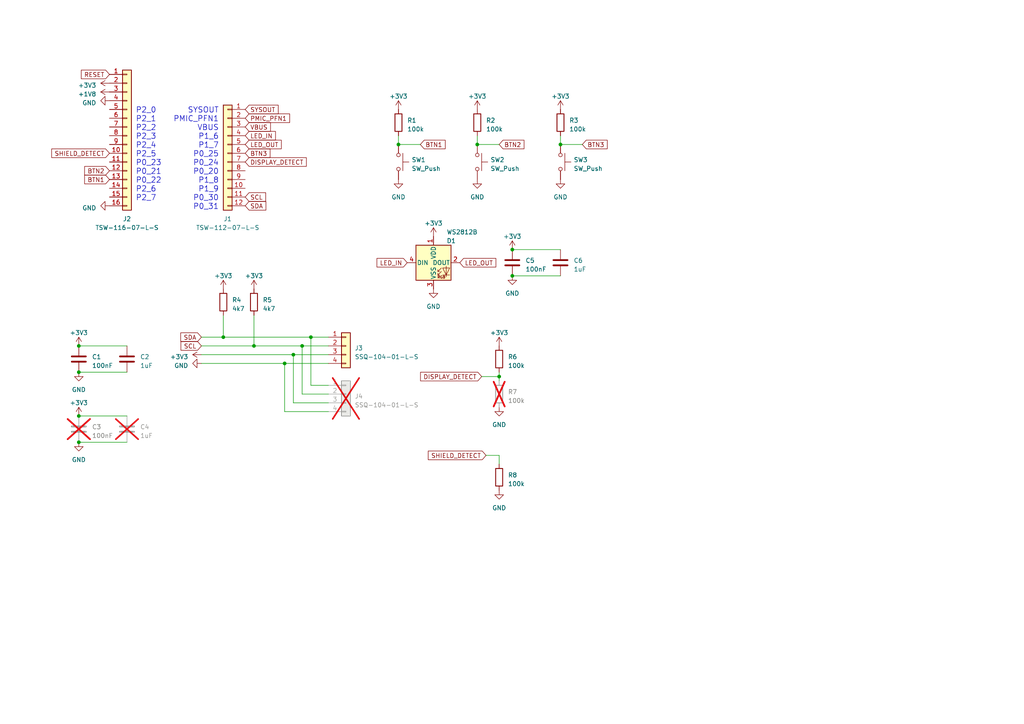
<source format=kicad_sch>
(kicad_sch (version 20230121) (generator eeschema)

  (uuid 32193834-28ac-4a92-8284-93999a17a726)

  (paper "A4")

  (lib_symbols
    (symbol "Connector_Generic:Conn_01x04" (pin_names (offset 1.016) hide) (in_bom yes) (on_board yes)
      (property "Reference" "J" (at 0 5.08 0)
        (effects (font (size 1.27 1.27)))
      )
      (property "Value" "Conn_01x04" (at 0 -7.62 0)
        (effects (font (size 1.27 1.27)))
      )
      (property "Footprint" "" (at 0 0 0)
        (effects (font (size 1.27 1.27)) hide)
      )
      (property "Datasheet" "~" (at 0 0 0)
        (effects (font (size 1.27 1.27)) hide)
      )
      (property "ki_keywords" "connector" (at 0 0 0)
        (effects (font (size 1.27 1.27)) hide)
      )
      (property "ki_description" "Generic connector, single row, 01x04, script generated (kicad-library-utils/schlib/autogen/connector/)" (at 0 0 0)
        (effects (font (size 1.27 1.27)) hide)
      )
      (property "ki_fp_filters" "Connector*:*_1x??_*" (at 0 0 0)
        (effects (font (size 1.27 1.27)) hide)
      )
      (symbol "Conn_01x04_1_1"
        (rectangle (start -1.27 -4.953) (end 0 -5.207)
          (stroke (width 0.1524) (type default))
          (fill (type none))
        )
        (rectangle (start -1.27 -2.413) (end 0 -2.667)
          (stroke (width 0.1524) (type default))
          (fill (type none))
        )
        (rectangle (start -1.27 0.127) (end 0 -0.127)
          (stroke (width 0.1524) (type default))
          (fill (type none))
        )
        (rectangle (start -1.27 2.667) (end 0 2.413)
          (stroke (width 0.1524) (type default))
          (fill (type none))
        )
        (rectangle (start -1.27 3.81) (end 1.27 -6.35)
          (stroke (width 0.254) (type default))
          (fill (type background))
        )
        (pin passive line (at -5.08 2.54 0) (length 3.81)
          (name "Pin_1" (effects (font (size 1.27 1.27))))
          (number "1" (effects (font (size 1.27 1.27))))
        )
        (pin passive line (at -5.08 0 0) (length 3.81)
          (name "Pin_2" (effects (font (size 1.27 1.27))))
          (number "2" (effects (font (size 1.27 1.27))))
        )
        (pin passive line (at -5.08 -2.54 0) (length 3.81)
          (name "Pin_3" (effects (font (size 1.27 1.27))))
          (number "3" (effects (font (size 1.27 1.27))))
        )
        (pin passive line (at -5.08 -5.08 0) (length 3.81)
          (name "Pin_4" (effects (font (size 1.27 1.27))))
          (number "4" (effects (font (size 1.27 1.27))))
        )
      )
    )
    (symbol "Connector_Generic:Conn_01x12" (pin_names (offset 1.016) hide) (in_bom yes) (on_board yes)
      (property "Reference" "J" (at 0 15.24 0)
        (effects (font (size 1.27 1.27)))
      )
      (property "Value" "Conn_01x12" (at 0 -17.78 0)
        (effects (font (size 1.27 1.27)))
      )
      (property "Footprint" "" (at 0 0 0)
        (effects (font (size 1.27 1.27)) hide)
      )
      (property "Datasheet" "~" (at 0 0 0)
        (effects (font (size 1.27 1.27)) hide)
      )
      (property "ki_keywords" "connector" (at 0 0 0)
        (effects (font (size 1.27 1.27)) hide)
      )
      (property "ki_description" "Generic connector, single row, 01x12, script generated (kicad-library-utils/schlib/autogen/connector/)" (at 0 0 0)
        (effects (font (size 1.27 1.27)) hide)
      )
      (property "ki_fp_filters" "Connector*:*_1x??_*" (at 0 0 0)
        (effects (font (size 1.27 1.27)) hide)
      )
      (symbol "Conn_01x12_1_1"
        (rectangle (start -1.27 -15.113) (end 0 -15.367)
          (stroke (width 0.1524) (type default))
          (fill (type none))
        )
        (rectangle (start -1.27 -12.573) (end 0 -12.827)
          (stroke (width 0.1524) (type default))
          (fill (type none))
        )
        (rectangle (start -1.27 -10.033) (end 0 -10.287)
          (stroke (width 0.1524) (type default))
          (fill (type none))
        )
        (rectangle (start -1.27 -7.493) (end 0 -7.747)
          (stroke (width 0.1524) (type default))
          (fill (type none))
        )
        (rectangle (start -1.27 -4.953) (end 0 -5.207)
          (stroke (width 0.1524) (type default))
          (fill (type none))
        )
        (rectangle (start -1.27 -2.413) (end 0 -2.667)
          (stroke (width 0.1524) (type default))
          (fill (type none))
        )
        (rectangle (start -1.27 0.127) (end 0 -0.127)
          (stroke (width 0.1524) (type default))
          (fill (type none))
        )
        (rectangle (start -1.27 2.667) (end 0 2.413)
          (stroke (width 0.1524) (type default))
          (fill (type none))
        )
        (rectangle (start -1.27 5.207) (end 0 4.953)
          (stroke (width 0.1524) (type default))
          (fill (type none))
        )
        (rectangle (start -1.27 7.747) (end 0 7.493)
          (stroke (width 0.1524) (type default))
          (fill (type none))
        )
        (rectangle (start -1.27 10.287) (end 0 10.033)
          (stroke (width 0.1524) (type default))
          (fill (type none))
        )
        (rectangle (start -1.27 12.827) (end 0 12.573)
          (stroke (width 0.1524) (type default))
          (fill (type none))
        )
        (rectangle (start -1.27 13.97) (end 1.27 -16.51)
          (stroke (width 0.254) (type default))
          (fill (type background))
        )
        (pin passive line (at -5.08 12.7 0) (length 3.81)
          (name "Pin_1" (effects (font (size 1.27 1.27))))
          (number "1" (effects (font (size 1.27 1.27))))
        )
        (pin passive line (at -5.08 -10.16 0) (length 3.81)
          (name "Pin_10" (effects (font (size 1.27 1.27))))
          (number "10" (effects (font (size 1.27 1.27))))
        )
        (pin passive line (at -5.08 -12.7 0) (length 3.81)
          (name "Pin_11" (effects (font (size 1.27 1.27))))
          (number "11" (effects (font (size 1.27 1.27))))
        )
        (pin passive line (at -5.08 -15.24 0) (length 3.81)
          (name "Pin_12" (effects (font (size 1.27 1.27))))
          (number "12" (effects (font (size 1.27 1.27))))
        )
        (pin passive line (at -5.08 10.16 0) (length 3.81)
          (name "Pin_2" (effects (font (size 1.27 1.27))))
          (number "2" (effects (font (size 1.27 1.27))))
        )
        (pin passive line (at -5.08 7.62 0) (length 3.81)
          (name "Pin_3" (effects (font (size 1.27 1.27))))
          (number "3" (effects (font (size 1.27 1.27))))
        )
        (pin passive line (at -5.08 5.08 0) (length 3.81)
          (name "Pin_4" (effects (font (size 1.27 1.27))))
          (number "4" (effects (font (size 1.27 1.27))))
        )
        (pin passive line (at -5.08 2.54 0) (length 3.81)
          (name "Pin_5" (effects (font (size 1.27 1.27))))
          (number "5" (effects (font (size 1.27 1.27))))
        )
        (pin passive line (at -5.08 0 0) (length 3.81)
          (name "Pin_6" (effects (font (size 1.27 1.27))))
          (number "6" (effects (font (size 1.27 1.27))))
        )
        (pin passive line (at -5.08 -2.54 0) (length 3.81)
          (name "Pin_7" (effects (font (size 1.27 1.27))))
          (number "7" (effects (font (size 1.27 1.27))))
        )
        (pin passive line (at -5.08 -5.08 0) (length 3.81)
          (name "Pin_8" (effects (font (size 1.27 1.27))))
          (number "8" (effects (font (size 1.27 1.27))))
        )
        (pin passive line (at -5.08 -7.62 0) (length 3.81)
          (name "Pin_9" (effects (font (size 1.27 1.27))))
          (number "9" (effects (font (size 1.27 1.27))))
        )
      )
    )
    (symbol "Connector_Generic:Conn_01x16" (pin_names (offset 1.016) hide) (in_bom yes) (on_board yes)
      (property "Reference" "J" (at 0 20.32 0)
        (effects (font (size 1.27 1.27)))
      )
      (property "Value" "Conn_01x16" (at 0 -22.86 0)
        (effects (font (size 1.27 1.27)))
      )
      (property "Footprint" "" (at 0 0 0)
        (effects (font (size 1.27 1.27)) hide)
      )
      (property "Datasheet" "~" (at 0 0 0)
        (effects (font (size 1.27 1.27)) hide)
      )
      (property "ki_keywords" "connector" (at 0 0 0)
        (effects (font (size 1.27 1.27)) hide)
      )
      (property "ki_description" "Generic connector, single row, 01x16, script generated (kicad-library-utils/schlib/autogen/connector/)" (at 0 0 0)
        (effects (font (size 1.27 1.27)) hide)
      )
      (property "ki_fp_filters" "Connector*:*_1x??_*" (at 0 0 0)
        (effects (font (size 1.27 1.27)) hide)
      )
      (symbol "Conn_01x16_1_1"
        (rectangle (start -1.27 -20.193) (end 0 -20.447)
          (stroke (width 0.1524) (type default))
          (fill (type none))
        )
        (rectangle (start -1.27 -17.653) (end 0 -17.907)
          (stroke (width 0.1524) (type default))
          (fill (type none))
        )
        (rectangle (start -1.27 -15.113) (end 0 -15.367)
          (stroke (width 0.1524) (type default))
          (fill (type none))
        )
        (rectangle (start -1.27 -12.573) (end 0 -12.827)
          (stroke (width 0.1524) (type default))
          (fill (type none))
        )
        (rectangle (start -1.27 -10.033) (end 0 -10.287)
          (stroke (width 0.1524) (type default))
          (fill (type none))
        )
        (rectangle (start -1.27 -7.493) (end 0 -7.747)
          (stroke (width 0.1524) (type default))
          (fill (type none))
        )
        (rectangle (start -1.27 -4.953) (end 0 -5.207)
          (stroke (width 0.1524) (type default))
          (fill (type none))
        )
        (rectangle (start -1.27 -2.413) (end 0 -2.667)
          (stroke (width 0.1524) (type default))
          (fill (type none))
        )
        (rectangle (start -1.27 0.127) (end 0 -0.127)
          (stroke (width 0.1524) (type default))
          (fill (type none))
        )
        (rectangle (start -1.27 2.667) (end 0 2.413)
          (stroke (width 0.1524) (type default))
          (fill (type none))
        )
        (rectangle (start -1.27 5.207) (end 0 4.953)
          (stroke (width 0.1524) (type default))
          (fill (type none))
        )
        (rectangle (start -1.27 7.747) (end 0 7.493)
          (stroke (width 0.1524) (type default))
          (fill (type none))
        )
        (rectangle (start -1.27 10.287) (end 0 10.033)
          (stroke (width 0.1524) (type default))
          (fill (type none))
        )
        (rectangle (start -1.27 12.827) (end 0 12.573)
          (stroke (width 0.1524) (type default))
          (fill (type none))
        )
        (rectangle (start -1.27 15.367) (end 0 15.113)
          (stroke (width 0.1524) (type default))
          (fill (type none))
        )
        (rectangle (start -1.27 17.907) (end 0 17.653)
          (stroke (width 0.1524) (type default))
          (fill (type none))
        )
        (rectangle (start -1.27 19.05) (end 1.27 -21.59)
          (stroke (width 0.254) (type default))
          (fill (type background))
        )
        (pin passive line (at -5.08 17.78 0) (length 3.81)
          (name "Pin_1" (effects (font (size 1.27 1.27))))
          (number "1" (effects (font (size 1.27 1.27))))
        )
        (pin passive line (at -5.08 -5.08 0) (length 3.81)
          (name "Pin_10" (effects (font (size 1.27 1.27))))
          (number "10" (effects (font (size 1.27 1.27))))
        )
        (pin passive line (at -5.08 -7.62 0) (length 3.81)
          (name "Pin_11" (effects (font (size 1.27 1.27))))
          (number "11" (effects (font (size 1.27 1.27))))
        )
        (pin passive line (at -5.08 -10.16 0) (length 3.81)
          (name "Pin_12" (effects (font (size 1.27 1.27))))
          (number "12" (effects (font (size 1.27 1.27))))
        )
        (pin passive line (at -5.08 -12.7 0) (length 3.81)
          (name "Pin_13" (effects (font (size 1.27 1.27))))
          (number "13" (effects (font (size 1.27 1.27))))
        )
        (pin passive line (at -5.08 -15.24 0) (length 3.81)
          (name "Pin_14" (effects (font (size 1.27 1.27))))
          (number "14" (effects (font (size 1.27 1.27))))
        )
        (pin passive line (at -5.08 -17.78 0) (length 3.81)
          (name "Pin_15" (effects (font (size 1.27 1.27))))
          (number "15" (effects (font (size 1.27 1.27))))
        )
        (pin passive line (at -5.08 -20.32 0) (length 3.81)
          (name "Pin_16" (effects (font (size 1.27 1.27))))
          (number "16" (effects (font (size 1.27 1.27))))
        )
        (pin passive line (at -5.08 15.24 0) (length 3.81)
          (name "Pin_2" (effects (font (size 1.27 1.27))))
          (number "2" (effects (font (size 1.27 1.27))))
        )
        (pin passive line (at -5.08 12.7 0) (length 3.81)
          (name "Pin_3" (effects (font (size 1.27 1.27))))
          (number "3" (effects (font (size 1.27 1.27))))
        )
        (pin passive line (at -5.08 10.16 0) (length 3.81)
          (name "Pin_4" (effects (font (size 1.27 1.27))))
          (number "4" (effects (font (size 1.27 1.27))))
        )
        (pin passive line (at -5.08 7.62 0) (length 3.81)
          (name "Pin_5" (effects (font (size 1.27 1.27))))
          (number "5" (effects (font (size 1.27 1.27))))
        )
        (pin passive line (at -5.08 5.08 0) (length 3.81)
          (name "Pin_6" (effects (font (size 1.27 1.27))))
          (number "6" (effects (font (size 1.27 1.27))))
        )
        (pin passive line (at -5.08 2.54 0) (length 3.81)
          (name "Pin_7" (effects (font (size 1.27 1.27))))
          (number "7" (effects (font (size 1.27 1.27))))
        )
        (pin passive line (at -5.08 0 0) (length 3.81)
          (name "Pin_8" (effects (font (size 1.27 1.27))))
          (number "8" (effects (font (size 1.27 1.27))))
        )
        (pin passive line (at -5.08 -2.54 0) (length 3.81)
          (name "Pin_9" (effects (font (size 1.27 1.27))))
          (number "9" (effects (font (size 1.27 1.27))))
        )
      )
    )
    (symbol "Device:C" (pin_numbers hide) (pin_names (offset 0.254)) (in_bom yes) (on_board yes)
      (property "Reference" "C" (at 0.635 2.54 0)
        (effects (font (size 1.27 1.27)) (justify left))
      )
      (property "Value" "C" (at 0.635 -2.54 0)
        (effects (font (size 1.27 1.27)) (justify left))
      )
      (property "Footprint" "" (at 0.9652 -3.81 0)
        (effects (font (size 1.27 1.27)) hide)
      )
      (property "Datasheet" "~" (at 0 0 0)
        (effects (font (size 1.27 1.27)) hide)
      )
      (property "ki_keywords" "cap capacitor" (at 0 0 0)
        (effects (font (size 1.27 1.27)) hide)
      )
      (property "ki_description" "Unpolarized capacitor" (at 0 0 0)
        (effects (font (size 1.27 1.27)) hide)
      )
      (property "ki_fp_filters" "C_*" (at 0 0 0)
        (effects (font (size 1.27 1.27)) hide)
      )
      (symbol "C_0_1"
        (polyline
          (pts
            (xy -2.032 -0.762)
            (xy 2.032 -0.762)
          )
          (stroke (width 0.508) (type default))
          (fill (type none))
        )
        (polyline
          (pts
            (xy -2.032 0.762)
            (xy 2.032 0.762)
          )
          (stroke (width 0.508) (type default))
          (fill (type none))
        )
      )
      (symbol "C_1_1"
        (pin passive line (at 0 3.81 270) (length 2.794)
          (name "~" (effects (font (size 1.27 1.27))))
          (number "1" (effects (font (size 1.27 1.27))))
        )
        (pin passive line (at 0 -3.81 90) (length 2.794)
          (name "~" (effects (font (size 1.27 1.27))))
          (number "2" (effects (font (size 1.27 1.27))))
        )
      )
    )
    (symbol "Device:R" (pin_numbers hide) (pin_names (offset 0)) (in_bom yes) (on_board yes)
      (property "Reference" "R" (at 2.032 0 90)
        (effects (font (size 1.27 1.27)))
      )
      (property "Value" "R" (at 0 0 90)
        (effects (font (size 1.27 1.27)))
      )
      (property "Footprint" "" (at -1.778 0 90)
        (effects (font (size 1.27 1.27)) hide)
      )
      (property "Datasheet" "~" (at 0 0 0)
        (effects (font (size 1.27 1.27)) hide)
      )
      (property "ki_keywords" "R res resistor" (at 0 0 0)
        (effects (font (size 1.27 1.27)) hide)
      )
      (property "ki_description" "Resistor" (at 0 0 0)
        (effects (font (size 1.27 1.27)) hide)
      )
      (property "ki_fp_filters" "R_*" (at 0 0 0)
        (effects (font (size 1.27 1.27)) hide)
      )
      (symbol "R_0_1"
        (rectangle (start -1.016 -2.54) (end 1.016 2.54)
          (stroke (width 0.254) (type default))
          (fill (type none))
        )
      )
      (symbol "R_1_1"
        (pin passive line (at 0 3.81 270) (length 1.27)
          (name "~" (effects (font (size 1.27 1.27))))
          (number "1" (effects (font (size 1.27 1.27))))
        )
        (pin passive line (at 0 -3.81 90) (length 1.27)
          (name "~" (effects (font (size 1.27 1.27))))
          (number "2" (effects (font (size 1.27 1.27))))
        )
      )
    )
    (symbol "LED:WS2812B" (pin_names (offset 0.254)) (in_bom yes) (on_board yes)
      (property "Reference" "D" (at 5.08 5.715 0)
        (effects (font (size 1.27 1.27)) (justify right bottom))
      )
      (property "Value" "WS2812B" (at 1.27 -5.715 0)
        (effects (font (size 1.27 1.27)) (justify left top))
      )
      (property "Footprint" "LED_SMD:LED_WS2812B_PLCC4_5.0x5.0mm_P3.2mm" (at 1.27 -7.62 0)
        (effects (font (size 1.27 1.27)) (justify left top) hide)
      )
      (property "Datasheet" "https://cdn-shop.adafruit.com/datasheets/WS2812B.pdf" (at 2.54 -9.525 0)
        (effects (font (size 1.27 1.27)) (justify left top) hide)
      )
      (property "ki_keywords" "RGB LED NeoPixel addressable" (at 0 0 0)
        (effects (font (size 1.27 1.27)) hide)
      )
      (property "ki_description" "RGB LED with integrated controller" (at 0 0 0)
        (effects (font (size 1.27 1.27)) hide)
      )
      (property "ki_fp_filters" "LED*WS2812*PLCC*5.0x5.0mm*P3.2mm*" (at 0 0 0)
        (effects (font (size 1.27 1.27)) hide)
      )
      (symbol "WS2812B_0_0"
        (text "RGB" (at 2.286 -4.191 0)
          (effects (font (size 0.762 0.762)))
        )
      )
      (symbol "WS2812B_0_1"
        (polyline
          (pts
            (xy 1.27 -3.556)
            (xy 1.778 -3.556)
          )
          (stroke (width 0) (type default))
          (fill (type none))
        )
        (polyline
          (pts
            (xy 1.27 -2.54)
            (xy 1.778 -2.54)
          )
          (stroke (width 0) (type default))
          (fill (type none))
        )
        (polyline
          (pts
            (xy 4.699 -3.556)
            (xy 2.667 -3.556)
          )
          (stroke (width 0) (type default))
          (fill (type none))
        )
        (polyline
          (pts
            (xy 2.286 -2.54)
            (xy 1.27 -3.556)
            (xy 1.27 -3.048)
          )
          (stroke (width 0) (type default))
          (fill (type none))
        )
        (polyline
          (pts
            (xy 2.286 -1.524)
            (xy 1.27 -2.54)
            (xy 1.27 -2.032)
          )
          (stroke (width 0) (type default))
          (fill (type none))
        )
        (polyline
          (pts
            (xy 3.683 -1.016)
            (xy 3.683 -3.556)
            (xy 3.683 -4.064)
          )
          (stroke (width 0) (type default))
          (fill (type none))
        )
        (polyline
          (pts
            (xy 4.699 -1.524)
            (xy 2.667 -1.524)
            (xy 3.683 -3.556)
            (xy 4.699 -1.524)
          )
          (stroke (width 0) (type default))
          (fill (type none))
        )
        (rectangle (start 5.08 5.08) (end -5.08 -5.08)
          (stroke (width 0.254) (type default))
          (fill (type background))
        )
      )
      (symbol "WS2812B_1_1"
        (pin power_in line (at 0 7.62 270) (length 2.54)
          (name "VDD" (effects (font (size 1.27 1.27))))
          (number "1" (effects (font (size 1.27 1.27))))
        )
        (pin output line (at 7.62 0 180) (length 2.54)
          (name "DOUT" (effects (font (size 1.27 1.27))))
          (number "2" (effects (font (size 1.27 1.27))))
        )
        (pin power_in line (at 0 -7.62 90) (length 2.54)
          (name "VSS" (effects (font (size 1.27 1.27))))
          (number "3" (effects (font (size 1.27 1.27))))
        )
        (pin input line (at -7.62 0 0) (length 2.54)
          (name "DIN" (effects (font (size 1.27 1.27))))
          (number "4" (effects (font (size 1.27 1.27))))
        )
      )
    )
    (symbol "Switch:SW_Push" (pin_numbers hide) (pin_names (offset 1.016) hide) (in_bom yes) (on_board yes)
      (property "Reference" "SW" (at 1.27 2.54 0)
        (effects (font (size 1.27 1.27)) (justify left))
      )
      (property "Value" "SW_Push" (at 0 -1.524 0)
        (effects (font (size 1.27 1.27)))
      )
      (property "Footprint" "" (at 0 5.08 0)
        (effects (font (size 1.27 1.27)) hide)
      )
      (property "Datasheet" "~" (at 0 5.08 0)
        (effects (font (size 1.27 1.27)) hide)
      )
      (property "ki_keywords" "switch normally-open pushbutton push-button" (at 0 0 0)
        (effects (font (size 1.27 1.27)) hide)
      )
      (property "ki_description" "Push button switch, generic, two pins" (at 0 0 0)
        (effects (font (size 1.27 1.27)) hide)
      )
      (symbol "SW_Push_0_1"
        (circle (center -2.032 0) (radius 0.508)
          (stroke (width 0) (type default))
          (fill (type none))
        )
        (polyline
          (pts
            (xy 0 1.27)
            (xy 0 3.048)
          )
          (stroke (width 0) (type default))
          (fill (type none))
        )
        (polyline
          (pts
            (xy 2.54 1.27)
            (xy -2.54 1.27)
          )
          (stroke (width 0) (type default))
          (fill (type none))
        )
        (circle (center 2.032 0) (radius 0.508)
          (stroke (width 0) (type default))
          (fill (type none))
        )
        (pin passive line (at -5.08 0 0) (length 2.54)
          (name "1" (effects (font (size 1.27 1.27))))
          (number "1" (effects (font (size 1.27 1.27))))
        )
        (pin passive line (at 5.08 0 180) (length 2.54)
          (name "2" (effects (font (size 1.27 1.27))))
          (number "2" (effects (font (size 1.27 1.27))))
        )
      )
    )
    (symbol "power:+1V8" (power) (pin_names (offset 0)) (in_bom yes) (on_board yes)
      (property "Reference" "#PWR" (at 0 -3.81 0)
        (effects (font (size 1.27 1.27)) hide)
      )
      (property "Value" "+1V8" (at 0 3.556 0)
        (effects (font (size 1.27 1.27)))
      )
      (property "Footprint" "" (at 0 0 0)
        (effects (font (size 1.27 1.27)) hide)
      )
      (property "Datasheet" "" (at 0 0 0)
        (effects (font (size 1.27 1.27)) hide)
      )
      (property "ki_keywords" "global power" (at 0 0 0)
        (effects (font (size 1.27 1.27)) hide)
      )
      (property "ki_description" "Power symbol creates a global label with name \"+1V8\"" (at 0 0 0)
        (effects (font (size 1.27 1.27)) hide)
      )
      (symbol "+1V8_0_1"
        (polyline
          (pts
            (xy -0.762 1.27)
            (xy 0 2.54)
          )
          (stroke (width 0) (type default))
          (fill (type none))
        )
        (polyline
          (pts
            (xy 0 0)
            (xy 0 2.54)
          )
          (stroke (width 0) (type default))
          (fill (type none))
        )
        (polyline
          (pts
            (xy 0 2.54)
            (xy 0.762 1.27)
          )
          (stroke (width 0) (type default))
          (fill (type none))
        )
      )
      (symbol "+1V8_1_1"
        (pin power_in line (at 0 0 90) (length 0) hide
          (name "+1V8" (effects (font (size 1.27 1.27))))
          (number "1" (effects (font (size 1.27 1.27))))
        )
      )
    )
    (symbol "power:+3V3" (power) (pin_names (offset 0)) (in_bom yes) (on_board yes)
      (property "Reference" "#PWR" (at 0 -3.81 0)
        (effects (font (size 1.27 1.27)) hide)
      )
      (property "Value" "+3V3" (at 0 3.556 0)
        (effects (font (size 1.27 1.27)))
      )
      (property "Footprint" "" (at 0 0 0)
        (effects (font (size 1.27 1.27)) hide)
      )
      (property "Datasheet" "" (at 0 0 0)
        (effects (font (size 1.27 1.27)) hide)
      )
      (property "ki_keywords" "global power" (at 0 0 0)
        (effects (font (size 1.27 1.27)) hide)
      )
      (property "ki_description" "Power symbol creates a global label with name \"+3V3\"" (at 0 0 0)
        (effects (font (size 1.27 1.27)) hide)
      )
      (symbol "+3V3_0_1"
        (polyline
          (pts
            (xy -0.762 1.27)
            (xy 0 2.54)
          )
          (stroke (width 0) (type default))
          (fill (type none))
        )
        (polyline
          (pts
            (xy 0 0)
            (xy 0 2.54)
          )
          (stroke (width 0) (type default))
          (fill (type none))
        )
        (polyline
          (pts
            (xy 0 2.54)
            (xy 0.762 1.27)
          )
          (stroke (width 0) (type default))
          (fill (type none))
        )
      )
      (symbol "+3V3_1_1"
        (pin power_in line (at 0 0 90) (length 0) hide
          (name "+3V3" (effects (font (size 1.27 1.27))))
          (number "1" (effects (font (size 1.27 1.27))))
        )
      )
    )
    (symbol "power:GND" (power) (pin_names (offset 0)) (in_bom yes) (on_board yes)
      (property "Reference" "#PWR" (at 0 -6.35 0)
        (effects (font (size 1.27 1.27)) hide)
      )
      (property "Value" "GND" (at 0 -3.81 0)
        (effects (font (size 1.27 1.27)))
      )
      (property "Footprint" "" (at 0 0 0)
        (effects (font (size 1.27 1.27)) hide)
      )
      (property "Datasheet" "" (at 0 0 0)
        (effects (font (size 1.27 1.27)) hide)
      )
      (property "ki_keywords" "global power" (at 0 0 0)
        (effects (font (size 1.27 1.27)) hide)
      )
      (property "ki_description" "Power symbol creates a global label with name \"GND\" , ground" (at 0 0 0)
        (effects (font (size 1.27 1.27)) hide)
      )
      (symbol "GND_0_1"
        (polyline
          (pts
            (xy 0 0)
            (xy 0 -1.27)
            (xy 1.27 -1.27)
            (xy 0 -2.54)
            (xy -1.27 -1.27)
            (xy 0 -1.27)
          )
          (stroke (width 0) (type default))
          (fill (type none))
        )
      )
      (symbol "GND_1_1"
        (pin power_in line (at 0 0 270) (length 0) hide
          (name "GND" (effects (font (size 1.27 1.27))))
          (number "1" (effects (font (size 1.27 1.27))))
        )
      )
    )
  )

  (junction (at 115.57 41.91) (diameter 0) (color 0 0 0 0)
    (uuid 15656aa3-7d41-401f-ac20-3aa0a6a84d7a)
  )
  (junction (at 73.66 100.33) (diameter 0) (color 0 0 0 0)
    (uuid 1631e03c-bceb-49d4-b739-7e10a76feaf2)
  )
  (junction (at 22.86 107.95) (diameter 0) (color 0 0 0 0)
    (uuid 3ea9c524-ba76-4540-8203-3c14187a04a1)
  )
  (junction (at 22.86 100.33) (diameter 0) (color 0 0 0 0)
    (uuid 42eb81af-b40d-408a-8d40-a7445419b629)
  )
  (junction (at 148.59 72.39) (diameter 0) (color 0 0 0 0)
    (uuid 48defff3-cd6a-4ab7-97ab-1e85a1456aad)
  )
  (junction (at 148.59 80.01) (diameter 0) (color 0 0 0 0)
    (uuid 4976623d-eaaa-43b1-9b30-b6101c9fdb03)
  )
  (junction (at 138.43 41.91) (diameter 0) (color 0 0 0 0)
    (uuid 81e2e1a4-1b65-40b0-a886-e4e37495be4d)
  )
  (junction (at 87.63 100.33) (diameter 0) (color 0 0 0 0)
    (uuid 8a2f4cec-db61-4197-bce5-12731259217b)
  )
  (junction (at 162.56 41.91) (diameter 0) (color 0 0 0 0)
    (uuid a0febf88-a78e-43e4-9035-53c9e7de6fab)
  )
  (junction (at 22.86 120.65) (diameter 0) (color 0 0 0 0)
    (uuid a207ca8c-2ca7-4eb1-b2f5-1e59da4ff87c)
  )
  (junction (at 82.55 105.41) (diameter 0) (color 0 0 0 0)
    (uuid b1a2c610-2c02-4663-a372-b641ba343068)
  )
  (junction (at 90.17 97.79) (diameter 0) (color 0 0 0 0)
    (uuid bb2d25eb-728c-4212-85e1-4e8736efd29f)
  )
  (junction (at 22.86 128.27) (diameter 0) (color 0 0 0 0)
    (uuid cd44edfa-02c0-4238-989f-420925caf964)
  )
  (junction (at 64.77 97.79) (diameter 0) (color 0 0 0 0)
    (uuid d780f857-64fa-4703-9805-34d0f061ed2d)
  )
  (junction (at 85.09 102.87) (diameter 0) (color 0 0 0 0)
    (uuid e52aa359-8715-4e32-87bb-8b130e4d28e0)
  )
  (junction (at 144.78 109.22) (diameter 0) (color 0 0 0 0)
    (uuid f72494fb-b59d-4e9b-a3b9-77f85a82ae63)
  )

  (wire (pts (xy 22.86 128.27) (xy 36.83 128.27))
    (stroke (width 0) (type default))
    (uuid 00dc7f45-985e-4c3e-9270-656dd2164897)
  )
  (wire (pts (xy 144.78 107.95) (xy 144.78 109.22))
    (stroke (width 0) (type default))
    (uuid 0494ffb2-9784-48f3-832f-123c4b66971d)
  )
  (wire (pts (xy 138.43 41.91) (xy 144.78 41.91))
    (stroke (width 0) (type default))
    (uuid 0729714c-4bef-4c39-8fcb-85f267860dcf)
  )
  (wire (pts (xy 87.63 100.33) (xy 87.63 114.3))
    (stroke (width 0) (type default))
    (uuid 0968a88b-1de3-41f7-af09-fc2245f2b28d)
  )
  (wire (pts (xy 87.63 114.3) (xy 95.25 114.3))
    (stroke (width 0) (type default))
    (uuid 1355a5b8-7fda-4125-a8df-8b1653cfaa33)
  )
  (wire (pts (xy 22.86 120.65) (xy 36.83 120.65))
    (stroke (width 0) (type default))
    (uuid 15925273-d9a2-4442-9b75-c23de3618c66)
  )
  (wire (pts (xy 64.77 97.79) (xy 64.77 91.44))
    (stroke (width 0) (type default))
    (uuid 27bcc9af-b3f7-494d-ad7c-5da94def0791)
  )
  (wire (pts (xy 95.25 100.33) (xy 87.63 100.33))
    (stroke (width 0) (type default))
    (uuid 300e198b-61d2-41a9-bf48-b0889fd35fec)
  )
  (wire (pts (xy 139.7 109.22) (xy 144.78 109.22))
    (stroke (width 0) (type default))
    (uuid 34890a73-7ab6-4c07-bc15-4ce22d60130b)
  )
  (wire (pts (xy 82.55 119.38) (xy 95.25 119.38))
    (stroke (width 0) (type default))
    (uuid 50631583-0181-4010-b245-63b67ff8dbbf)
  )
  (wire (pts (xy 144.78 109.22) (xy 144.78 110.49))
    (stroke (width 0) (type default))
    (uuid 50f11c10-3c7a-44a2-b102-943642255a37)
  )
  (wire (pts (xy 90.17 111.76) (xy 90.17 97.79))
    (stroke (width 0) (type default))
    (uuid 578fee4a-19d4-4f9f-9028-c4eed70806ff)
  )
  (wire (pts (xy 73.66 91.44) (xy 73.66 100.33))
    (stroke (width 0) (type default))
    (uuid 5aa7a3fc-6b97-4d91-8e0e-cb20a004832c)
  )
  (wire (pts (xy 162.56 39.37) (xy 162.56 41.91))
    (stroke (width 0) (type default))
    (uuid 5bdc3804-b59c-4d47-a56a-79e3e4b60f38)
  )
  (wire (pts (xy 162.56 41.91) (xy 168.91 41.91))
    (stroke (width 0) (type default))
    (uuid 5d9ca937-2e5c-423f-8c8a-afe45a998140)
  )
  (wire (pts (xy 148.59 80.01) (xy 162.56 80.01))
    (stroke (width 0) (type default))
    (uuid 5fc9c916-9c0c-483f-9ddb-f176b3414f8f)
  )
  (wire (pts (xy 90.17 97.79) (xy 95.25 97.79))
    (stroke (width 0) (type default))
    (uuid 6181a54a-f09b-4e57-a8ad-76e35737fb88)
  )
  (wire (pts (xy 95.25 105.41) (xy 82.55 105.41))
    (stroke (width 0) (type default))
    (uuid 6f4ef6b6-5302-4c34-8255-0f326c1019fa)
  )
  (wire (pts (xy 95.25 102.87) (xy 85.09 102.87))
    (stroke (width 0) (type default))
    (uuid 74fce74d-a7f8-49f1-88d5-a5e21644459d)
  )
  (wire (pts (xy 58.42 100.33) (xy 73.66 100.33))
    (stroke (width 0) (type default))
    (uuid 756e9cce-072a-432b-8e33-e1613cab073a)
  )
  (wire (pts (xy 73.66 100.33) (xy 87.63 100.33))
    (stroke (width 0) (type default))
    (uuid 7a5dd8b6-2153-42bc-ac9b-3bbfc3830448)
  )
  (wire (pts (xy 58.42 102.87) (xy 85.09 102.87))
    (stroke (width 0) (type default))
    (uuid 7db836d0-8964-46bf-ac67-20661e88cf01)
  )
  (wire (pts (xy 148.59 72.39) (xy 162.56 72.39))
    (stroke (width 0) (type default))
    (uuid 92e5feb9-2b17-4181-bdd5-81f42026b21a)
  )
  (wire (pts (xy 115.57 39.37) (xy 115.57 41.91))
    (stroke (width 0) (type default))
    (uuid 95c6cdcf-e89e-4092-b08b-b12acbe10591)
  )
  (wire (pts (xy 95.25 111.76) (xy 90.17 111.76))
    (stroke (width 0) (type default))
    (uuid 962a7205-c711-476b-bbcc-dc0545ee19eb)
  )
  (wire (pts (xy 115.57 41.91) (xy 121.92 41.91))
    (stroke (width 0) (type default))
    (uuid 9e3af835-2c59-4a58-9d76-558dd500932d)
  )
  (wire (pts (xy 58.42 105.41) (xy 82.55 105.41))
    (stroke (width 0) (type default))
    (uuid 9f300777-a969-430c-8372-6b50b67c7f94)
  )
  (wire (pts (xy 85.09 102.87) (xy 85.09 116.84))
    (stroke (width 0) (type default))
    (uuid a1695b2c-7c6c-4845-9346-324b19f93c3a)
  )
  (wire (pts (xy 144.78 132.08) (xy 144.78 134.62))
    (stroke (width 0) (type default))
    (uuid a1d1dd3f-5422-4544-888f-c9177fc07134)
  )
  (wire (pts (xy 82.55 105.41) (xy 82.55 119.38))
    (stroke (width 0) (type default))
    (uuid a20529c9-03be-458b-a0eb-4b071e5c5a8e)
  )
  (wire (pts (xy 22.86 107.95) (xy 36.83 107.95))
    (stroke (width 0) (type default))
    (uuid b1d064a7-8d0e-4c21-9100-7fca4d914a4d)
  )
  (wire (pts (xy 22.86 100.33) (xy 36.83 100.33))
    (stroke (width 0) (type default))
    (uuid cd11c8aa-cc66-4f68-9b60-1a613fdf8aa4)
  )
  (wire (pts (xy 140.97 132.08) (xy 144.78 132.08))
    (stroke (width 0) (type default))
    (uuid d3682116-1afb-4061-b4ac-c6ad061b2133)
  )
  (wire (pts (xy 58.42 97.79) (xy 64.77 97.79))
    (stroke (width 0) (type default))
    (uuid dd9452a8-dd6d-40b0-aad2-cb5cb3b27a71)
  )
  (wire (pts (xy 138.43 39.37) (xy 138.43 41.91))
    (stroke (width 0) (type default))
    (uuid e240b136-91a1-4b0d-b610-78731c7732ee)
  )
  (wire (pts (xy 85.09 116.84) (xy 95.25 116.84))
    (stroke (width 0) (type default))
    (uuid eb544759-8a13-4699-90e7-223dea72d206)
  )
  (wire (pts (xy 64.77 97.79) (xy 90.17 97.79))
    (stroke (width 0) (type default))
    (uuid f534c0fd-6724-4cfc-98c2-35494514da1f)
  )

  (text "SYSOUT\nPMIC_PFN1\nVBUS\nP1_6\nP1_7\nP0_25\nP0_24\nP0_20\nP1_8\nP1_9\nP0_30\nP0_31\n"
    (at 63.5 60.96 0)
    (effects (font (size 1.58 1.58)) (justify right bottom))
    (uuid 822ec1f2-8177-409c-a986-4dd606e3c2fc)
  )
  (text "P2_0\nP2_1\nP2_2\nP2_3\nP2_4\nP2_5\nP0_23\nP0_21\nP0_22\nP2_6\nP2_7"
    (at 39.37 58.42 0)
    (effects (font (size 1.58 1.58)) (justify left bottom))
    (uuid fe3b3925-ea96-4e54-96bb-04784a886040)
  )

  (global_label "SYSOUT" (shape input) (at 71.12 31.75 0) (fields_autoplaced)
    (effects (font (size 1.27 1.27)) (justify left))
    (uuid 0bb944d7-495b-40af-a95a-3ea75c926a66)
    (property "Intersheetrefs" "${INTERSHEET_REFS}" (at 81.162 31.75 0)
      (effects (font (size 1.27 1.27)) (justify left) hide)
    )
  )
  (global_label "DISPLAY_DETECT" (shape input) (at 139.7 109.22 180) (fields_autoplaced)
    (effects (font (size 1.27 1.27)) (justify right))
    (uuid 1c9cfeb8-baa3-491d-bda9-ea7df56d5336)
    (property "Intersheetrefs" "${INTERSHEET_REFS}" (at 121.4938 109.22 0)
      (effects (font (size 1.27 1.27)) (justify right) hide)
    )
  )
  (global_label "SCL" (shape input) (at 58.42 100.33 180) (fields_autoplaced)
    (effects (font (size 1.27 1.27)) (justify right))
    (uuid 2188cf4d-f63e-4648-8abe-85dc67450918)
    (property "Intersheetrefs" "${INTERSHEET_REFS}" (at 52.0066 100.33 0)
      (effects (font (size 1.27 1.27)) (justify right) hide)
    )
  )
  (global_label "LED_IN" (shape input) (at 71.12 39.37 0) (fields_autoplaced)
    (effects (font (size 1.27 1.27)) (justify left))
    (uuid 21fbffec-4296-4127-8f4a-c26297b634e7)
    (property "Intersheetrefs" "${INTERSHEET_REFS}" (at 80.3758 39.37 0)
      (effects (font (size 1.27 1.27)) (justify left) hide)
    )
  )
  (global_label "SCL" (shape input) (at 71.12 57.15 0) (fields_autoplaced)
    (effects (font (size 1.27 1.27)) (justify left))
    (uuid 319117b1-21d0-4d0d-9dbe-c5e1b671eb66)
    (property "Intersheetrefs" "${INTERSHEET_REFS}" (at 77.5334 57.15 0)
      (effects (font (size 1.27 1.27)) (justify left) hide)
    )
  )
  (global_label "DISPLAY_DETECT" (shape input) (at 71.12 46.99 0) (fields_autoplaced)
    (effects (font (size 1.27 1.27)) (justify left))
    (uuid 465c9437-71c7-48f3-9675-70159154236a)
    (property "Intersheetrefs" "${INTERSHEET_REFS}" (at 89.3262 46.99 0)
      (effects (font (size 1.27 1.27)) (justify left) hide)
    )
  )
  (global_label "BTN2" (shape input) (at 31.75 49.53 180) (fields_autoplaced)
    (effects (font (size 1.27 1.27)) (justify right))
    (uuid 4ebc4cfc-b01b-45a1-a97b-e8581ae78ec8)
    (property "Intersheetrefs" "${INTERSHEET_REFS}" (at 24.0666 49.53 0)
      (effects (font (size 1.27 1.27)) (justify right) hide)
    )
  )
  (global_label "BTN3" (shape input) (at 71.12 44.45 0) (fields_autoplaced)
    (effects (font (size 1.27 1.27)) (justify left))
    (uuid 50097615-1492-41c4-a9f0-6d1b1309d48f)
    (property "Intersheetrefs" "${INTERSHEET_REFS}" (at 78.8034 44.45 0)
      (effects (font (size 1.27 1.27)) (justify left) hide)
    )
  )
  (global_label "SHIELD_DETECT" (shape input) (at 140.97 132.08 180) (fields_autoplaced)
    (effects (font (size 1.27 1.27)) (justify right))
    (uuid 565aaa0b-6c32-44be-929b-0d2437c9a7f8)
    (property "Intersheetrefs" "${INTERSHEET_REFS}" (at 123.7315 132.08 0)
      (effects (font (size 1.27 1.27)) (justify right) hide)
    )
  )
  (global_label "VBUS" (shape input) (at 71.12 36.83 0) (fields_autoplaced)
    (effects (font (size 1.27 1.27)) (justify left))
    (uuid 60cfe970-24e5-4c61-8c68-4af291c29bf3)
    (property "Intersheetrefs" "${INTERSHEET_REFS}" (at 78.9244 36.83 0)
      (effects (font (size 1.27 1.27)) (justify left) hide)
    )
  )
  (global_label "PMIC_PFN1" (shape input) (at 71.12 34.29 0) (fields_autoplaced)
    (effects (font (size 1.27 1.27)) (justify left))
    (uuid 75745bc8-0852-415f-8410-a45f6a564d5a)
    (property "Intersheetrefs" "${INTERSHEET_REFS}" (at 84.4882 34.29 0)
      (effects (font (size 1.27 1.27)) (justify left) hide)
    )
  )
  (global_label "BTN1" (shape input) (at 121.92 41.91 0) (fields_autoplaced)
    (effects (font (size 1.27 1.27)) (justify left))
    (uuid 77319799-6808-4248-b1f9-942fbb4b3e44)
    (property "Intersheetrefs" "${INTERSHEET_REFS}" (at 129.6034 41.91 0)
      (effects (font (size 1.27 1.27)) (justify left) hide)
    )
  )
  (global_label "BTN1" (shape input) (at 31.75 52.07 180) (fields_autoplaced)
    (effects (font (size 1.27 1.27)) (justify right))
    (uuid 7da74722-9c44-4edb-b3ea-e047b123c5ac)
    (property "Intersheetrefs" "${INTERSHEET_REFS}" (at 24.0666 52.07 0)
      (effects (font (size 1.27 1.27)) (justify right) hide)
    )
  )
  (global_label "LED_OUT" (shape input) (at 71.12 41.91 0) (fields_autoplaced)
    (effects (font (size 1.27 1.27)) (justify left))
    (uuid 7daa7838-ca7c-4d17-83e3-cb0844684846)
    (property "Intersheetrefs" "${INTERSHEET_REFS}" (at 82.0691 41.91 0)
      (effects (font (size 1.27 1.27)) (justify left) hide)
    )
  )
  (global_label "BTN3" (shape input) (at 168.91 41.91 0) (fields_autoplaced)
    (effects (font (size 1.27 1.27)) (justify left))
    (uuid 8bb093a0-46c9-4a96-b349-c8334fd0b4c2)
    (property "Intersheetrefs" "${INTERSHEET_REFS}" (at 176.5934 41.91 0)
      (effects (font (size 1.27 1.27)) (justify left) hide)
    )
  )
  (global_label "LED_OUT" (shape input) (at 133.35 76.2 0) (fields_autoplaced)
    (effects (font (size 1.27 1.27)) (justify left))
    (uuid b4e67049-0ef7-45b2-a054-6ba7a9cb4005)
    (property "Intersheetrefs" "${INTERSHEET_REFS}" (at 144.2991 76.2 0)
      (effects (font (size 1.27 1.27)) (justify left) hide)
    )
  )
  (global_label "SDA" (shape input) (at 71.12 59.69 0) (fields_autoplaced)
    (effects (font (size 1.27 1.27)) (justify left))
    (uuid cbf55af5-9a6c-4e6a-854c-b7442ec38220)
    (property "Intersheetrefs" "${INTERSHEET_REFS}" (at 77.5939 59.69 0)
      (effects (font (size 1.27 1.27)) (justify left) hide)
    )
  )
  (global_label "LED_IN" (shape input) (at 118.11 76.2 180) (fields_autoplaced)
    (effects (font (size 1.27 1.27)) (justify right))
    (uuid d7ebc39e-e211-4c3f-b9a0-f6a67de180a9)
    (property "Intersheetrefs" "${INTERSHEET_REFS}" (at 108.8542 76.2 0)
      (effects (font (size 1.27 1.27)) (justify right) hide)
    )
  )
  (global_label "BTN2" (shape input) (at 144.78 41.91 0) (fields_autoplaced)
    (effects (font (size 1.27 1.27)) (justify left))
    (uuid df79969c-d352-4eb5-9e65-f119e51a0688)
    (property "Intersheetrefs" "${INTERSHEET_REFS}" (at 152.4634 41.91 0)
      (effects (font (size 1.27 1.27)) (justify left) hide)
    )
  )
  (global_label "SDA" (shape input) (at 58.42 97.79 180) (fields_autoplaced)
    (effects (font (size 1.27 1.27)) (justify right))
    (uuid e05e37df-a1b3-41a2-8f70-fedb3d619196)
    (property "Intersheetrefs" "${INTERSHEET_REFS}" (at 51.9461 97.79 0)
      (effects (font (size 1.27 1.27)) (justify right) hide)
    )
  )
  (global_label "RESET" (shape input) (at 31.75 21.59 180) (fields_autoplaced)
    (effects (font (size 1.27 1.27)) (justify right))
    (uuid ef254c02-2d40-48c0-84a7-7a9d34025547)
    (property "Intersheetrefs" "${INTERSHEET_REFS}" (at 23.0991 21.59 0)
      (effects (font (size 1.27 1.27)) (justify right) hide)
    )
  )
  (global_label "SHIELD_DETECT" (shape input) (at 31.75 44.45 180) (fields_autoplaced)
    (effects (font (size 1.27 1.27)) (justify right))
    (uuid f36c6ab4-5cd7-4a08-b9ef-145466a59b81)
    (property "Intersheetrefs" "${INTERSHEET_REFS}" (at 14.5115 44.45 0)
      (effects (font (size 1.27 1.27)) (justify right) hide)
    )
  )

  (symbol (lib_id "power:GND") (at 31.75 29.21 270) (unit 1)
    (in_bom yes) (on_board yes) (dnp no) (fields_autoplaced)
    (uuid 0927b7c3-7faa-4c7a-af91-dd835445e384)
    (property "Reference" "#PWR03" (at 25.4 29.21 0)
      (effects (font (size 1.27 1.27)) hide)
    )
    (property "Value" "GND" (at 27.94 29.845 90)
      (effects (font (size 1.27 1.27)) (justify right))
    )
    (property "Footprint" "" (at 31.75 29.21 0)
      (effects (font (size 1.27 1.27)) hide)
    )
    (property "Datasheet" "" (at 31.75 29.21 0)
      (effects (font (size 1.27 1.27)) hide)
    )
    (pin "1" (uuid 51de5615-42f3-434a-b43a-9ac394279786))
    (instances
      (project "MAX32655_WirelessHeadsetShield"
        (path "/32193834-28ac-4a92-8284-93999a17a726"
          (reference "#PWR03") (unit 1)
        )
      )
    )
  )

  (symbol (lib_id "Device:R") (at 144.78 138.43 0) (unit 1)
    (in_bom yes) (on_board yes) (dnp no) (fields_autoplaced)
    (uuid 0c251042-48cc-4e1b-95d1-540bf9770783)
    (property "Reference" "R8" (at 147.32 137.795 0)
      (effects (font (size 1.27 1.27)) (justify left))
    )
    (property "Value" "100k" (at 147.32 140.335 0)
      (effects (font (size 1.27 1.27)) (justify left))
    )
    (property "Footprint" "Resistor_SMD:R_0603_1608Metric_Pad0.98x0.95mm_HandSolder" (at 143.002 138.43 90)
      (effects (font (size 1.27 1.27)) hide)
    )
    (property "Datasheet" "~" (at 144.78 138.43 0)
      (effects (font (size 1.27 1.27)) hide)
    )
    (pin "1" (uuid e2fa5f09-7919-4f0c-b509-3dd94c2a7b26))
    (pin "2" (uuid c4d974de-cdec-4f24-8ed9-e79da39646d0))
    (instances
      (project "MAX32655_WirelessHeadsetShield"
        (path "/32193834-28ac-4a92-8284-93999a17a726"
          (reference "R8") (unit 1)
        )
      )
    )
  )

  (symbol (lib_id "power:+3V3") (at 22.86 120.65 0) (unit 1)
    (in_bom yes) (on_board yes) (dnp no) (fields_autoplaced)
    (uuid 0c99c0f8-0b39-4f8b-9b57-2f986d04c5d3)
    (property "Reference" "#PWR017" (at 22.86 124.46 0)
      (effects (font (size 1.27 1.27)) hide)
    )
    (property "Value" "+3V3" (at 22.86 116.84 0)
      (effects (font (size 1.27 1.27)))
    )
    (property "Footprint" "" (at 22.86 120.65 0)
      (effects (font (size 1.27 1.27)) hide)
    )
    (property "Datasheet" "" (at 22.86 120.65 0)
      (effects (font (size 1.27 1.27)) hide)
    )
    (pin "1" (uuid 64528dc0-51b4-4f94-87e9-b74a7ea7fbc1))
    (instances
      (project "MAX32655_WirelessHeadsetShield"
        (path "/32193834-28ac-4a92-8284-93999a17a726"
          (reference "#PWR017") (unit 1)
        )
      )
    )
  )

  (symbol (lib_id "Device:R") (at 115.57 35.56 0) (unit 1)
    (in_bom yes) (on_board yes) (dnp no) (fields_autoplaced)
    (uuid 1080fc4d-b0eb-4d75-89ac-c1ec05a228a0)
    (property "Reference" "R1" (at 118.11 34.925 0)
      (effects (font (size 1.27 1.27)) (justify left))
    )
    (property "Value" "100k" (at 118.11 37.465 0)
      (effects (font (size 1.27 1.27)) (justify left))
    )
    (property "Footprint" "Resistor_SMD:R_0603_1608Metric_Pad0.98x0.95mm_HandSolder" (at 113.792 35.56 90)
      (effects (font (size 1.27 1.27)) hide)
    )
    (property "Datasheet" "~" (at 115.57 35.56 0)
      (effects (font (size 1.27 1.27)) hide)
    )
    (pin "1" (uuid ed180456-e447-414a-bda1-a1c973bbb6c7))
    (pin "2" (uuid fe31b9fd-a616-435d-ab21-20ac655c4918))
    (instances
      (project "MAX32655_WirelessHeadsetShield"
        (path "/32193834-28ac-4a92-8284-93999a17a726"
          (reference "R1") (unit 1)
        )
      )
    )
  )

  (symbol (lib_id "Device:C") (at 22.86 124.46 0) (unit 1)
    (in_bom yes) (on_board yes) (dnp yes) (fields_autoplaced)
    (uuid 10e247f2-f15f-4ac8-b73d-9f9d2b5ac40f)
    (property "Reference" "C3" (at 26.67 123.825 0)
      (effects (font (size 1.27 1.27)) (justify left))
    )
    (property "Value" "100nF" (at 26.67 126.365 0)
      (effects (font (size 1.27 1.27)) (justify left))
    )
    (property "Footprint" "Capacitor_SMD:C_0603_1608Metric_Pad1.08x0.95mm_HandSolder" (at 23.8252 128.27 0)
      (effects (font (size 1.27 1.27)) hide)
    )
    (property "Datasheet" "~" (at 22.86 124.46 0)
      (effects (font (size 1.27 1.27)) hide)
    )
    (pin "1" (uuid 2035c17e-fd73-47d9-83b8-1654a9e9d5f5))
    (pin "2" (uuid b140844a-5d30-41f9-879d-f212de27fc0f))
    (instances
      (project "MAX32655_WirelessHeadsetShield"
        (path "/32193834-28ac-4a92-8284-93999a17a726"
          (reference "C3") (unit 1)
        )
      )
    )
  )

  (symbol (lib_id "power:+3V3") (at 58.42 102.87 90) (unit 1)
    (in_bom yes) (on_board yes) (dnp no) (fields_autoplaced)
    (uuid 1139fc92-435a-4330-a517-6f1d02caf408)
    (property "Reference" "#PWR014" (at 62.23 102.87 0)
      (effects (font (size 1.27 1.27)) hide)
    )
    (property "Value" "+3V3" (at 54.61 103.505 90)
      (effects (font (size 1.27 1.27)) (justify left))
    )
    (property "Footprint" "" (at 58.42 102.87 0)
      (effects (font (size 1.27 1.27)) hide)
    )
    (property "Datasheet" "" (at 58.42 102.87 0)
      (effects (font (size 1.27 1.27)) hide)
    )
    (pin "1" (uuid 7a36766b-70e6-4570-b10e-0adfa85a8df7))
    (instances
      (project "MAX32655_WirelessHeadsetShield"
        (path "/32193834-28ac-4a92-8284-93999a17a726"
          (reference "#PWR014") (unit 1)
        )
      )
    )
  )

  (symbol (lib_id "power:+3V3") (at 162.56 31.75 0) (unit 1)
    (in_bom yes) (on_board yes) (dnp no) (fields_autoplaced)
    (uuid 150a95c1-1bca-4f34-ac54-7a9a8e03ddf6)
    (property "Reference" "#PWR09" (at 162.56 35.56 0)
      (effects (font (size 1.27 1.27)) hide)
    )
    (property "Value" "+3V3" (at 162.56 27.94 0)
      (effects (font (size 1.27 1.27)))
    )
    (property "Footprint" "" (at 162.56 31.75 0)
      (effects (font (size 1.27 1.27)) hide)
    )
    (property "Datasheet" "" (at 162.56 31.75 0)
      (effects (font (size 1.27 1.27)) hide)
    )
    (pin "1" (uuid fd46941d-f44e-4aa6-a307-f864842eeaa8))
    (instances
      (project "MAX32655_WirelessHeadsetShield"
        (path "/32193834-28ac-4a92-8284-93999a17a726"
          (reference "#PWR09") (unit 1)
        )
      )
    )
  )

  (symbol (lib_id "Connector_Generic:Conn_01x12") (at 66.04 44.45 0) (mirror y) (unit 1)
    (in_bom yes) (on_board yes) (dnp no)
    (uuid 24e9a274-06f1-4b94-bebe-14ac5a4a4dca)
    (property "Reference" "J1" (at 66.04 63.5 0)
      (effects (font (size 1.27 1.27)))
    )
    (property "Value" "TSW-112-07-L-S" (at 66.04 66.04 0)
      (effects (font (size 1.27 1.27)))
    )
    (property "Footprint" "Connector_PinHeader_2.54mm:PinHeader_1x12_P2.54mm_Vertical" (at 66.04 44.45 0)
      (effects (font (size 1.27 1.27)) hide)
    )
    (property "Datasheet" "~" (at 66.04 44.45 0)
      (effects (font (size 1.27 1.27)) hide)
    )
    (pin "1" (uuid 66a86d97-7cb7-451a-9fd7-c8af79082a4d))
    (pin "10" (uuid 0d7fcfe9-cf6a-44eb-a308-95d35c185c32))
    (pin "11" (uuid 0b748109-c691-4b86-adba-c5b371b69d70))
    (pin "12" (uuid 4fd1d597-9b40-4898-8dde-24ab3c53bec3))
    (pin "2" (uuid 813ea9cc-ac43-495e-8604-1fce2992e3ab))
    (pin "3" (uuid ddb0ee12-7dcc-44d2-91ee-4b39d88ee8dc))
    (pin "4" (uuid 14b247bd-196c-41f6-a84a-4606e2a227be))
    (pin "5" (uuid e9b041fe-3d97-4f21-856e-9f9876d9fe9a))
    (pin "6" (uuid 6563af51-439f-44cd-8e9f-e3f75be4d97c))
    (pin "7" (uuid dd8b3d6e-03d0-488e-a182-8e0aa04e1fc1))
    (pin "8" (uuid 3c8dc091-a572-444c-bb38-77b8a3f9cc11))
    (pin "9" (uuid 94be9455-0f3c-4c86-ac78-24ab7b646867))
    (instances
      (project "MAX32655_WirelessHeadsetShield"
        (path "/32193834-28ac-4a92-8284-93999a17a726"
          (reference "J1") (unit 1)
        )
      )
    )
  )

  (symbol (lib_id "power:GND") (at 31.75 59.69 270) (unit 1)
    (in_bom yes) (on_board yes) (dnp no) (fields_autoplaced)
    (uuid 267195fc-345e-4b72-8530-e42dd650c9f6)
    (property "Reference" "#PWR04" (at 25.4 59.69 0)
      (effects (font (size 1.27 1.27)) hide)
    )
    (property "Value" "GND" (at 27.94 60.325 90)
      (effects (font (size 1.27 1.27)) (justify right))
    )
    (property "Footprint" "" (at 31.75 59.69 0)
      (effects (font (size 1.27 1.27)) hide)
    )
    (property "Datasheet" "" (at 31.75 59.69 0)
      (effects (font (size 1.27 1.27)) hide)
    )
    (pin "1" (uuid 8737b5fd-8646-40d4-9b6e-5b5378405ddc))
    (instances
      (project "MAX32655_WirelessHeadsetShield"
        (path "/32193834-28ac-4a92-8284-93999a17a726"
          (reference "#PWR04") (unit 1)
        )
      )
    )
  )

  (symbol (lib_id "power:+3V3") (at 144.78 100.33 0) (unit 1)
    (in_bom yes) (on_board yes) (dnp no) (fields_autoplaced)
    (uuid 26e08b76-d308-4581-8e68-7c6d1ad795e7)
    (property "Reference" "#PWR020" (at 144.78 104.14 0)
      (effects (font (size 1.27 1.27)) hide)
    )
    (property "Value" "+3V3" (at 144.78 96.52 0)
      (effects (font (size 1.27 1.27)))
    )
    (property "Footprint" "" (at 144.78 100.33 0)
      (effects (font (size 1.27 1.27)) hide)
    )
    (property "Datasheet" "" (at 144.78 100.33 0)
      (effects (font (size 1.27 1.27)) hide)
    )
    (pin "1" (uuid 48acc99b-4f21-4109-b945-0b1185bfdad2))
    (instances
      (project "MAX32655_WirelessHeadsetShield"
        (path "/32193834-28ac-4a92-8284-93999a17a726"
          (reference "#PWR020") (unit 1)
        )
      )
    )
  )

  (symbol (lib_id "power:GND") (at 58.42 105.41 270) (unit 1)
    (in_bom yes) (on_board yes) (dnp no) (fields_autoplaced)
    (uuid 2d2206af-5ec1-46e2-b007-429510c89afa)
    (property "Reference" "#PWR013" (at 52.07 105.41 0)
      (effects (font (size 1.27 1.27)) hide)
    )
    (property "Value" "GND" (at 54.61 106.045 90)
      (effects (font (size 1.27 1.27)) (justify right))
    )
    (property "Footprint" "" (at 58.42 105.41 0)
      (effects (font (size 1.27 1.27)) hide)
    )
    (property "Datasheet" "" (at 58.42 105.41 0)
      (effects (font (size 1.27 1.27)) hide)
    )
    (pin "1" (uuid a35a4940-957a-4eb4-a2a1-a1b022e4c4be))
    (instances
      (project "MAX32655_WirelessHeadsetShield"
        (path "/32193834-28ac-4a92-8284-93999a17a726"
          (reference "#PWR013") (unit 1)
        )
      )
    )
  )

  (symbol (lib_id "Device:C") (at 36.83 124.46 0) (unit 1)
    (in_bom yes) (on_board yes) (dnp yes) (fields_autoplaced)
    (uuid 36a88115-f023-49ef-a640-a117c81ef6f1)
    (property "Reference" "C4" (at 40.64 123.825 0)
      (effects (font (size 1.27 1.27)) (justify left))
    )
    (property "Value" "1uF" (at 40.64 126.365 0)
      (effects (font (size 1.27 1.27)) (justify left))
    )
    (property "Footprint" "Capacitor_SMD:C_0603_1608Metric_Pad1.08x0.95mm_HandSolder" (at 37.7952 128.27 0)
      (effects (font (size 1.27 1.27)) hide)
    )
    (property "Datasheet" "~" (at 36.83 124.46 0)
      (effects (font (size 1.27 1.27)) hide)
    )
    (pin "1" (uuid 72471202-cc66-48ae-89f6-db75b6485a33))
    (pin "2" (uuid a9185956-d85b-4ffa-a057-045b51d31b8c))
    (instances
      (project "MAX32655_WirelessHeadsetShield"
        (path "/32193834-28ac-4a92-8284-93999a17a726"
          (reference "C4") (unit 1)
        )
      )
    )
  )

  (symbol (lib_id "Device:C") (at 22.86 104.14 0) (unit 1)
    (in_bom yes) (on_board yes) (dnp no) (fields_autoplaced)
    (uuid 38e144a9-9b4b-43e0-8c15-c3e05cf101e2)
    (property "Reference" "C1" (at 26.67 103.505 0)
      (effects (font (size 1.27 1.27)) (justify left))
    )
    (property "Value" "100nF" (at 26.67 106.045 0)
      (effects (font (size 1.27 1.27)) (justify left))
    )
    (property "Footprint" "Capacitor_SMD:C_0603_1608Metric_Pad1.08x0.95mm_HandSolder" (at 23.8252 107.95 0)
      (effects (font (size 1.27 1.27)) hide)
    )
    (property "Datasheet" "~" (at 22.86 104.14 0)
      (effects (font (size 1.27 1.27)) hide)
    )
    (pin "1" (uuid 366afa14-521f-4b44-baef-22748694263a))
    (pin "2" (uuid 0c541063-4b92-4630-bfb0-a57a91131b49))
    (instances
      (project "MAX32655_WirelessHeadsetShield"
        (path "/32193834-28ac-4a92-8284-93999a17a726"
          (reference "C1") (unit 1)
        )
      )
    )
  )

  (symbol (lib_id "power:+3V3") (at 125.73 68.58 0) (unit 1)
    (in_bom yes) (on_board yes) (dnp no) (fields_autoplaced)
    (uuid 4557b0c0-55bc-4776-9f99-28f97aa74506)
    (property "Reference" "#PWR022" (at 125.73 72.39 0)
      (effects (font (size 1.27 1.27)) hide)
    )
    (property "Value" "+3V3" (at 125.73 64.77 0)
      (effects (font (size 1.27 1.27)))
    )
    (property "Footprint" "" (at 125.73 68.58 0)
      (effects (font (size 1.27 1.27)) hide)
    )
    (property "Datasheet" "" (at 125.73 68.58 0)
      (effects (font (size 1.27 1.27)) hide)
    )
    (pin "1" (uuid 3947d751-3575-4a52-a3c1-ac67a3b8ca16))
    (instances
      (project "MAX32655_WirelessHeadsetShield"
        (path "/32193834-28ac-4a92-8284-93999a17a726"
          (reference "#PWR022") (unit 1)
        )
      )
    )
  )

  (symbol (lib_id "Connector_Generic:Conn_01x04") (at 100.33 100.33 0) (unit 1)
    (in_bom yes) (on_board yes) (dnp no) (fields_autoplaced)
    (uuid 4b85931a-203d-4e89-aba5-51d6de7c2391)
    (property "Reference" "J3" (at 102.87 100.965 0)
      (effects (font (size 1.27 1.27)) (justify left))
    )
    (property "Value" "SSQ-104-01-L-S" (at 102.87 103.505 0)
      (effects (font (size 1.27 1.27)) (justify left))
    )
    (property "Footprint" "Connector_PinSocket_2.54mm:PinSocket_1x04_P2.54mm_Vertical_SMD_Pin1Left" (at 100.33 100.33 0)
      (effects (font (size 1.27 1.27)) hide)
    )
    (property "Datasheet" "~" (at 100.33 100.33 0)
      (effects (font (size 1.27 1.27)) hide)
    )
    (pin "1" (uuid dc6d9abc-9d4e-48cd-88eb-62d7a5efaf1c))
    (pin "2" (uuid 9fd4dcca-a3ad-4a3e-a4dc-cc0e17084154))
    (pin "3" (uuid 94298eaa-dd82-4cf4-a1a3-68ea78bd24e4))
    (pin "4" (uuid b063c66e-cdff-42f1-97b7-d25e3f7cd7d7))
    (instances
      (project "MAX32655_WirelessHeadsetShield"
        (path "/32193834-28ac-4a92-8284-93999a17a726"
          (reference "J3") (unit 1)
        )
      )
    )
  )

  (symbol (lib_id "Switch:SW_Push") (at 162.56 46.99 270) (unit 1)
    (in_bom yes) (on_board yes) (dnp no) (fields_autoplaced)
    (uuid 505e5faa-3c42-412e-afd8-19002ba49590)
    (property "Reference" "SW3" (at 166.37 46.355 90)
      (effects (font (size 1.27 1.27)) (justify left))
    )
    (property "Value" "SW_Push" (at 166.37 48.895 90)
      (effects (font (size 1.27 1.27)) (justify left))
    )
    (property "Footprint" "Button_Switch_SMD:SW_Push_1P1T_NO_6x6mm_H9.5mm" (at 167.64 46.99 0)
      (effects (font (size 1.27 1.27)) hide)
    )
    (property "Datasheet" "~" (at 167.64 46.99 0)
      (effects (font (size 1.27 1.27)) hide)
    )
    (pin "1" (uuid 4d7200fb-41d4-4f20-9a9f-928aa76ee767))
    (pin "2" (uuid e7fc2335-9a97-4a7e-8420-76e6b71716b2))
    (instances
      (project "MAX32655_WirelessHeadsetShield"
        (path "/32193834-28ac-4a92-8284-93999a17a726"
          (reference "SW3") (unit 1)
        )
      )
    )
  )

  (symbol (lib_id "power:GND") (at 162.56 52.07 0) (unit 1)
    (in_bom yes) (on_board yes) (dnp no) (fields_autoplaced)
    (uuid 572b47ff-3b3b-4b32-8e02-905cec6e04bd)
    (property "Reference" "#PWR010" (at 162.56 58.42 0)
      (effects (font (size 1.27 1.27)) hide)
    )
    (property "Value" "GND" (at 162.56 57.15 0)
      (effects (font (size 1.27 1.27)))
    )
    (property "Footprint" "" (at 162.56 52.07 0)
      (effects (font (size 1.27 1.27)) hide)
    )
    (property "Datasheet" "" (at 162.56 52.07 0)
      (effects (font (size 1.27 1.27)) hide)
    )
    (pin "1" (uuid 1fabe978-870c-4e92-8698-3a289d9d30cb))
    (instances
      (project "MAX32655_WirelessHeadsetShield"
        (path "/32193834-28ac-4a92-8284-93999a17a726"
          (reference "#PWR010") (unit 1)
        )
      )
    )
  )

  (symbol (lib_id "Device:R") (at 138.43 35.56 0) (unit 1)
    (in_bom yes) (on_board yes) (dnp no) (fields_autoplaced)
    (uuid 593a8243-1c79-451b-84c6-131aef03f376)
    (property "Reference" "R2" (at 140.97 34.925 0)
      (effects (font (size 1.27 1.27)) (justify left))
    )
    (property "Value" "100k" (at 140.97 37.465 0)
      (effects (font (size 1.27 1.27)) (justify left))
    )
    (property "Footprint" "Resistor_SMD:R_0603_1608Metric_Pad0.98x0.95mm_HandSolder" (at 136.652 35.56 90)
      (effects (font (size 1.27 1.27)) hide)
    )
    (property "Datasheet" "~" (at 138.43 35.56 0)
      (effects (font (size 1.27 1.27)) hide)
    )
    (pin "1" (uuid f20f4f8f-b060-4971-bfa9-d9841d284ccf))
    (pin "2" (uuid 0adf52ef-1563-4d08-8763-269f9e8016ce))
    (instances
      (project "MAX32655_WirelessHeadsetShield"
        (path "/32193834-28ac-4a92-8284-93999a17a726"
          (reference "R2") (unit 1)
        )
      )
    )
  )

  (symbol (lib_id "LED:WS2812B") (at 125.73 76.2 0) (unit 1)
    (in_bom yes) (on_board yes) (dnp no)
    (uuid 615b3d05-09c0-437c-9333-830bdc308568)
    (property "Reference" "D1" (at 129.54 69.85 0)
      (effects (font (size 1.27 1.27)) (justify left))
    )
    (property "Value" "WS2812B" (at 129.54 67.31 0)
      (effects (font (size 1.27 1.27)) (justify left))
    )
    (property "Footprint" "LED_SMD:LED_WS2812B_PLCC4_5.0x5.0mm_P3.2mm" (at 127 83.82 0)
      (effects (font (size 1.27 1.27)) (justify left top) hide)
    )
    (property "Datasheet" "https://cdn-shop.adafruit.com/datasheets/WS2812B.pdf" (at 128.27 85.725 0)
      (effects (font (size 1.27 1.27)) (justify left top) hide)
    )
    (pin "1" (uuid 2e3e1da3-2059-40ce-9946-338426292e4b))
    (pin "2" (uuid 294983a1-3b0e-4ea1-8607-7be05d445498))
    (pin "3" (uuid 23efc634-c9cf-4138-adc6-ed70e9035c10))
    (pin "4" (uuid 59e7c559-ed93-4431-9678-a604eea369bc))
    (instances
      (project "MAX32655_WirelessHeadsetShield"
        (path "/32193834-28ac-4a92-8284-93999a17a726"
          (reference "D1") (unit 1)
        )
      )
    )
  )

  (symbol (lib_id "power:GND") (at 125.73 83.82 0) (unit 1)
    (in_bom yes) (on_board yes) (dnp no) (fields_autoplaced)
    (uuid 6585da37-57bc-4a63-bfa8-731c31f07b46)
    (property "Reference" "#PWR023" (at 125.73 90.17 0)
      (effects (font (size 1.27 1.27)) hide)
    )
    (property "Value" "GND" (at 125.73 88.9 0)
      (effects (font (size 1.27 1.27)))
    )
    (property "Footprint" "" (at 125.73 83.82 0)
      (effects (font (size 1.27 1.27)) hide)
    )
    (property "Datasheet" "" (at 125.73 83.82 0)
      (effects (font (size 1.27 1.27)) hide)
    )
    (pin "1" (uuid 28945270-68b8-4f66-a200-71b6e91366d4))
    (instances
      (project "MAX32655_WirelessHeadsetShield"
        (path "/32193834-28ac-4a92-8284-93999a17a726"
          (reference "#PWR023") (unit 1)
        )
      )
    )
  )

  (symbol (lib_id "Device:R") (at 144.78 104.14 0) (unit 1)
    (in_bom yes) (on_board yes) (dnp no) (fields_autoplaced)
    (uuid 6cce8362-ec0d-4626-8452-4983baf00d48)
    (property "Reference" "R6" (at 147.32 103.505 0)
      (effects (font (size 1.27 1.27)) (justify left))
    )
    (property "Value" "100k" (at 147.32 106.045 0)
      (effects (font (size 1.27 1.27)) (justify left))
    )
    (property "Footprint" "Resistor_SMD:R_0603_1608Metric_Pad0.98x0.95mm_HandSolder" (at 143.002 104.14 90)
      (effects (font (size 1.27 1.27)) hide)
    )
    (property "Datasheet" "~" (at 144.78 104.14 0)
      (effects (font (size 1.27 1.27)) hide)
    )
    (pin "1" (uuid 080c7e53-690a-48f2-9737-8369aa8df6c3))
    (pin "2" (uuid 5de0b8a9-1252-4e79-be08-c2b76af3e51a))
    (instances
      (project "MAX32655_WirelessHeadsetShield"
        (path "/32193834-28ac-4a92-8284-93999a17a726"
          (reference "R6") (unit 1)
        )
      )
    )
  )

  (symbol (lib_id "power:GND") (at 22.86 107.95 0) (unit 1)
    (in_bom yes) (on_board yes) (dnp no) (fields_autoplaced)
    (uuid 736c9feb-9b99-4c67-9cff-52f3554e2bde)
    (property "Reference" "#PWR015" (at 22.86 114.3 0)
      (effects (font (size 1.27 1.27)) hide)
    )
    (property "Value" "GND" (at 22.86 113.03 0)
      (effects (font (size 1.27 1.27)))
    )
    (property "Footprint" "" (at 22.86 107.95 0)
      (effects (font (size 1.27 1.27)) hide)
    )
    (property "Datasheet" "" (at 22.86 107.95 0)
      (effects (font (size 1.27 1.27)) hide)
    )
    (pin "1" (uuid f956d36a-e710-427c-9adf-f193871bb18d))
    (instances
      (project "MAX32655_WirelessHeadsetShield"
        (path "/32193834-28ac-4a92-8284-93999a17a726"
          (reference "#PWR015") (unit 1)
        )
      )
    )
  )

  (symbol (lib_id "Device:C") (at 162.56 76.2 0) (unit 1)
    (in_bom yes) (on_board yes) (dnp no) (fields_autoplaced)
    (uuid 82f6b9a8-b710-4ecb-8f68-a180574404e9)
    (property "Reference" "C6" (at 166.37 75.565 0)
      (effects (font (size 1.27 1.27)) (justify left))
    )
    (property "Value" "1uF" (at 166.37 78.105 0)
      (effects (font (size 1.27 1.27)) (justify left))
    )
    (property "Footprint" "Capacitor_SMD:C_0603_1608Metric_Pad1.08x0.95mm_HandSolder" (at 163.5252 80.01 0)
      (effects (font (size 1.27 1.27)) hide)
    )
    (property "Datasheet" "~" (at 162.56 76.2 0)
      (effects (font (size 1.27 1.27)) hide)
    )
    (pin "1" (uuid 25a41e7a-394a-4c06-9265-e8330747f6b9))
    (pin "2" (uuid f817bee5-ce53-43fc-9b23-2c6ab5a58aeb))
    (instances
      (project "MAX32655_WirelessHeadsetShield"
        (path "/32193834-28ac-4a92-8284-93999a17a726"
          (reference "C6") (unit 1)
        )
      )
    )
  )

  (symbol (lib_id "power:+3V3") (at 138.43 31.75 0) (unit 1)
    (in_bom yes) (on_board yes) (dnp no) (fields_autoplaced)
    (uuid 884cc75b-24d9-44a3-b5bc-4c3ebb12dcb2)
    (property "Reference" "#PWR07" (at 138.43 35.56 0)
      (effects (font (size 1.27 1.27)) hide)
    )
    (property "Value" "+3V3" (at 138.43 27.94 0)
      (effects (font (size 1.27 1.27)))
    )
    (property "Footprint" "" (at 138.43 31.75 0)
      (effects (font (size 1.27 1.27)) hide)
    )
    (property "Datasheet" "" (at 138.43 31.75 0)
      (effects (font (size 1.27 1.27)) hide)
    )
    (pin "1" (uuid ce60eab1-2dae-42e2-a5f0-58c0be9d97ea))
    (instances
      (project "MAX32655_WirelessHeadsetShield"
        (path "/32193834-28ac-4a92-8284-93999a17a726"
          (reference "#PWR07") (unit 1)
        )
      )
    )
  )

  (symbol (lib_id "Connector_Generic:Conn_01x16") (at 36.83 39.37 0) (unit 1)
    (in_bom yes) (on_board yes) (dnp no)
    (uuid 89a8339d-017c-47da-af30-fd40bf9887b9)
    (property "Reference" "J2" (at 36.83 63.5 0)
      (effects (font (size 1.27 1.27)))
    )
    (property "Value" "TSW-116-07-L-S" (at 36.83 66.04 0)
      (effects (font (size 1.27 1.27)))
    )
    (property "Footprint" "Connector_PinHeader_2.54mm:PinHeader_1x16_P2.54mm_Vertical" (at 36.83 39.37 0)
      (effects (font (size 1.27 1.27)) hide)
    )
    (property "Datasheet" "~" (at 36.83 39.37 0)
      (effects (font (size 1.27 1.27)) hide)
    )
    (pin "1" (uuid 0f579d3d-ff3d-4aaf-973a-8440996a1fc9))
    (pin "10" (uuid 1b7f6897-3ab3-4719-b821-f0e109c0f5d0))
    (pin "11" (uuid b09f8a5b-9955-4db0-89aa-91f71174b6f6))
    (pin "12" (uuid 3b3127bf-a197-4291-9019-87ab7c47aee3))
    (pin "13" (uuid 78450796-0021-44bd-b963-444353965065))
    (pin "14" (uuid cccedb91-7610-46ed-8b79-012c4793b8ce))
    (pin "15" (uuid e9fe3387-8d3d-47e3-89c7-9908aaf771ef))
    (pin "16" (uuid d023fc1b-f731-4417-8c2e-4477c5a3dc54))
    (pin "2" (uuid b702764c-562b-41f4-889d-8815aaa9787c))
    (pin "3" (uuid 7f381574-1fe9-47dd-9182-5cf72d50cef9))
    (pin "4" (uuid ce41aa90-4978-4f49-9d36-4ad9a2c325f2))
    (pin "5" (uuid 19b54ad8-174c-4e8d-8b78-ea2351d38eb6))
    (pin "6" (uuid 2d0a3339-9f02-4480-8473-8f2a2c5d87ec))
    (pin "7" (uuid 1108bab9-a482-4005-9576-815a8870109f))
    (pin "8" (uuid efba0f16-2347-4e3d-a8cb-a483288147e1))
    (pin "9" (uuid ab5df691-42f9-4ac6-a563-86c5ef928de3))
    (instances
      (project "MAX32655_WirelessHeadsetShield"
        (path "/32193834-28ac-4a92-8284-93999a17a726"
          (reference "J2") (unit 1)
        )
      )
    )
  )

  (symbol (lib_id "power:GND") (at 138.43 52.07 0) (unit 1)
    (in_bom yes) (on_board yes) (dnp no) (fields_autoplaced)
    (uuid 8c6fa6a2-2a6f-4829-8205-d93b67794bb5)
    (property "Reference" "#PWR08" (at 138.43 58.42 0)
      (effects (font (size 1.27 1.27)) hide)
    )
    (property "Value" "GND" (at 138.43 57.15 0)
      (effects (font (size 1.27 1.27)))
    )
    (property "Footprint" "" (at 138.43 52.07 0)
      (effects (font (size 1.27 1.27)) hide)
    )
    (property "Datasheet" "" (at 138.43 52.07 0)
      (effects (font (size 1.27 1.27)) hide)
    )
    (pin "1" (uuid 2e034844-ebf5-41db-878b-158af66493d5))
    (instances
      (project "MAX32655_WirelessHeadsetShield"
        (path "/32193834-28ac-4a92-8284-93999a17a726"
          (reference "#PWR08") (unit 1)
        )
      )
    )
  )

  (symbol (lib_id "power:+3V3") (at 22.86 100.33 0) (unit 1)
    (in_bom yes) (on_board yes) (dnp no) (fields_autoplaced)
    (uuid 901ba9c4-2a81-481c-af95-ba59a166b316)
    (property "Reference" "#PWR016" (at 22.86 104.14 0)
      (effects (font (size 1.27 1.27)) hide)
    )
    (property "Value" "+3V3" (at 22.86 96.52 0)
      (effects (font (size 1.27 1.27)))
    )
    (property "Footprint" "" (at 22.86 100.33 0)
      (effects (font (size 1.27 1.27)) hide)
    )
    (property "Datasheet" "" (at 22.86 100.33 0)
      (effects (font (size 1.27 1.27)) hide)
    )
    (pin "1" (uuid 933390c0-5f00-4dc2-9086-0d25a7d81f63))
    (instances
      (project "MAX32655_WirelessHeadsetShield"
        (path "/32193834-28ac-4a92-8284-93999a17a726"
          (reference "#PWR016") (unit 1)
        )
      )
    )
  )

  (symbol (lib_id "power:+3V3") (at 148.59 72.39 0) (unit 1)
    (in_bom yes) (on_board yes) (dnp no) (fields_autoplaced)
    (uuid 91e4211e-6289-483f-9d59-5bd327ed2ffa)
    (property "Reference" "#PWR024" (at 148.59 76.2 0)
      (effects (font (size 1.27 1.27)) hide)
    )
    (property "Value" "+3V3" (at 148.59 68.58 0)
      (effects (font (size 1.27 1.27)))
    )
    (property "Footprint" "" (at 148.59 72.39 0)
      (effects (font (size 1.27 1.27)) hide)
    )
    (property "Datasheet" "" (at 148.59 72.39 0)
      (effects (font (size 1.27 1.27)) hide)
    )
    (pin "1" (uuid a18e92b8-f4f0-4c8b-9448-a63abeb315b1))
    (instances
      (project "MAX32655_WirelessHeadsetShield"
        (path "/32193834-28ac-4a92-8284-93999a17a726"
          (reference "#PWR024") (unit 1)
        )
      )
    )
  )

  (symbol (lib_id "Switch:SW_Push") (at 138.43 46.99 270) (unit 1)
    (in_bom yes) (on_board yes) (dnp no) (fields_autoplaced)
    (uuid 98f44c56-460e-4b28-8c11-ded9a7cd4eef)
    (property "Reference" "SW2" (at 142.24 46.355 90)
      (effects (font (size 1.27 1.27)) (justify left))
    )
    (property "Value" "SW_Push" (at 142.24 48.895 90)
      (effects (font (size 1.27 1.27)) (justify left))
    )
    (property "Footprint" "Button_Switch_SMD:SW_Push_1P1T_NO_6x6mm_H9.5mm" (at 143.51 46.99 0)
      (effects (font (size 1.27 1.27)) hide)
    )
    (property "Datasheet" "~" (at 143.51 46.99 0)
      (effects (font (size 1.27 1.27)) hide)
    )
    (pin "1" (uuid 42a0f056-058f-459c-bf46-615b9791021c))
    (pin "2" (uuid b62809eb-e0d2-4974-9496-8ed906c687b0))
    (instances
      (project "MAX32655_WirelessHeadsetShield"
        (path "/32193834-28ac-4a92-8284-93999a17a726"
          (reference "SW2") (unit 1)
        )
      )
    )
  )

  (symbol (lib_id "Device:R") (at 73.66 87.63 0) (unit 1)
    (in_bom yes) (on_board yes) (dnp no) (fields_autoplaced)
    (uuid a1ecf37a-67e2-4970-9d7b-921782cc836c)
    (property "Reference" "R5" (at 76.2 86.995 0)
      (effects (font (size 1.27 1.27)) (justify left))
    )
    (property "Value" "4k7" (at 76.2 89.535 0)
      (effects (font (size 1.27 1.27)) (justify left))
    )
    (property "Footprint" "Resistor_SMD:R_0603_1608Metric_Pad0.98x0.95mm_HandSolder" (at 71.882 87.63 90)
      (effects (font (size 1.27 1.27)) hide)
    )
    (property "Datasheet" "~" (at 73.66 87.63 0)
      (effects (font (size 1.27 1.27)) hide)
    )
    (pin "1" (uuid 4e29b142-c6c9-481d-b1f4-3544da8b5c38))
    (pin "2" (uuid 75e2e138-fd18-40b0-9b69-319e0d2c4b09))
    (instances
      (project "MAX32655_WirelessHeadsetShield"
        (path "/32193834-28ac-4a92-8284-93999a17a726"
          (reference "R5") (unit 1)
        )
      )
    )
  )

  (symbol (lib_id "power:GND") (at 144.78 142.24 0) (unit 1)
    (in_bom yes) (on_board yes) (dnp no) (fields_autoplaced)
    (uuid a6029a27-5cb3-4472-9ff1-523d976a6881)
    (property "Reference" "#PWR021" (at 144.78 148.59 0)
      (effects (font (size 1.27 1.27)) hide)
    )
    (property "Value" "GND" (at 144.78 147.32 0)
      (effects (font (size 1.27 1.27)))
    )
    (property "Footprint" "" (at 144.78 142.24 0)
      (effects (font (size 1.27 1.27)) hide)
    )
    (property "Datasheet" "" (at 144.78 142.24 0)
      (effects (font (size 1.27 1.27)) hide)
    )
    (pin "1" (uuid a9736311-99d6-4203-ba22-8398eb81c324))
    (instances
      (project "MAX32655_WirelessHeadsetShield"
        (path "/32193834-28ac-4a92-8284-93999a17a726"
          (reference "#PWR021") (unit 1)
        )
      )
    )
  )

  (symbol (lib_id "Device:R") (at 64.77 87.63 0) (unit 1)
    (in_bom yes) (on_board yes) (dnp no) (fields_autoplaced)
    (uuid a7d9abdb-f8bd-422d-b3fd-de9aeff38d87)
    (property "Reference" "R4" (at 67.31 86.995 0)
      (effects (font (size 1.27 1.27)) (justify left))
    )
    (property "Value" "4k7" (at 67.31 89.535 0)
      (effects (font (size 1.27 1.27)) (justify left))
    )
    (property "Footprint" "Resistor_SMD:R_0603_1608Metric_Pad0.98x0.95mm_HandSolder" (at 62.992 87.63 90)
      (effects (font (size 1.27 1.27)) hide)
    )
    (property "Datasheet" "~" (at 64.77 87.63 0)
      (effects (font (size 1.27 1.27)) hide)
    )
    (pin "1" (uuid 36190a9f-9ae1-4d5d-9e35-5f3b2186faa4))
    (pin "2" (uuid 3ba0be51-f51b-4afc-9a14-3040e3b95095))
    (instances
      (project "MAX32655_WirelessHeadsetShield"
        (path "/32193834-28ac-4a92-8284-93999a17a726"
          (reference "R4") (unit 1)
        )
      )
    )
  )

  (symbol (lib_id "power:+3V3") (at 31.75 24.13 90) (unit 1)
    (in_bom yes) (on_board yes) (dnp no) (fields_autoplaced)
    (uuid a950f175-1da6-4820-b0c9-19d19b8e0830)
    (property "Reference" "#PWR01" (at 35.56 24.13 0)
      (effects (font (size 1.27 1.27)) hide)
    )
    (property "Value" "+3V3" (at 27.94 24.765 90)
      (effects (font (size 1.27 1.27)) (justify left))
    )
    (property "Footprint" "" (at 31.75 24.13 0)
      (effects (font (size 1.27 1.27)) hide)
    )
    (property "Datasheet" "" (at 31.75 24.13 0)
      (effects (font (size 1.27 1.27)) hide)
    )
    (pin "1" (uuid 8e6f95da-4966-41f8-b83e-be22a617a591))
    (instances
      (project "MAX32655_WirelessHeadsetShield"
        (path "/32193834-28ac-4a92-8284-93999a17a726"
          (reference "#PWR01") (unit 1)
        )
      )
    )
  )

  (symbol (lib_id "Switch:SW_Push") (at 115.57 46.99 270) (unit 1)
    (in_bom yes) (on_board yes) (dnp no) (fields_autoplaced)
    (uuid c021bd0c-2d0f-40ee-b3d6-cbb81fc4e969)
    (property "Reference" "SW1" (at 119.38 46.355 90)
      (effects (font (size 1.27 1.27)) (justify left))
    )
    (property "Value" "SW_Push" (at 119.38 48.895 90)
      (effects (font (size 1.27 1.27)) (justify left))
    )
    (property "Footprint" "Button_Switch_SMD:SW_Push_1P1T_NO_6x6mm_H9.5mm" (at 120.65 46.99 0)
      (effects (font (size 1.27 1.27)) hide)
    )
    (property "Datasheet" "~" (at 120.65 46.99 0)
      (effects (font (size 1.27 1.27)) hide)
    )
    (pin "1" (uuid 7685bdb4-3137-415d-b588-5f1ebaa3696f))
    (pin "2" (uuid 8423bda8-aa77-4da9-88bb-8cf4eef65f19))
    (instances
      (project "MAX32655_WirelessHeadsetShield"
        (path "/32193834-28ac-4a92-8284-93999a17a726"
          (reference "SW1") (unit 1)
        )
      )
    )
  )

  (symbol (lib_id "Device:C") (at 148.59 76.2 0) (unit 1)
    (in_bom yes) (on_board yes) (dnp no) (fields_autoplaced)
    (uuid c048797f-d028-4df5-9ac7-13601880aefb)
    (property "Reference" "C5" (at 152.4 75.565 0)
      (effects (font (size 1.27 1.27)) (justify left))
    )
    (property "Value" "100nF" (at 152.4 78.105 0)
      (effects (font (size 1.27 1.27)) (justify left))
    )
    (property "Footprint" "Capacitor_SMD:C_0603_1608Metric_Pad1.08x0.95mm_HandSolder" (at 149.5552 80.01 0)
      (effects (font (size 1.27 1.27)) hide)
    )
    (property "Datasheet" "~" (at 148.59 76.2 0)
      (effects (font (size 1.27 1.27)) hide)
    )
    (pin "1" (uuid 8537e9b5-98b5-4be3-8a7e-7e75c1550a26))
    (pin "2" (uuid b20ec696-2543-4bcf-8a36-1a325920325c))
    (instances
      (project "MAX32655_WirelessHeadsetShield"
        (path "/32193834-28ac-4a92-8284-93999a17a726"
          (reference "C5") (unit 1)
        )
      )
    )
  )

  (symbol (lib_id "power:GND") (at 115.57 52.07 0) (unit 1)
    (in_bom yes) (on_board yes) (dnp no) (fields_autoplaced)
    (uuid d520ec2f-6013-4007-85c3-4b8ce3f79ed9)
    (property "Reference" "#PWR06" (at 115.57 58.42 0)
      (effects (font (size 1.27 1.27)) hide)
    )
    (property "Value" "GND" (at 115.57 57.15 0)
      (effects (font (size 1.27 1.27)))
    )
    (property "Footprint" "" (at 115.57 52.07 0)
      (effects (font (size 1.27 1.27)) hide)
    )
    (property "Datasheet" "" (at 115.57 52.07 0)
      (effects (font (size 1.27 1.27)) hide)
    )
    (pin "1" (uuid eb40d2b0-ac32-4197-b40d-1f939ffb438b))
    (instances
      (project "MAX32655_WirelessHeadsetShield"
        (path "/32193834-28ac-4a92-8284-93999a17a726"
          (reference "#PWR06") (unit 1)
        )
      )
    )
  )

  (symbol (lib_id "Device:R") (at 144.78 114.3 0) (unit 1)
    (in_bom yes) (on_board yes) (dnp yes) (fields_autoplaced)
    (uuid d92d12ca-bcf9-4ef2-b3ba-fffa0de5551e)
    (property "Reference" "R7" (at 147.32 113.665 0)
      (effects (font (size 1.27 1.27)) (justify left))
    )
    (property "Value" "100k" (at 147.32 116.205 0)
      (effects (font (size 1.27 1.27)) (justify left))
    )
    (property "Footprint" "Resistor_SMD:R_0603_1608Metric_Pad0.98x0.95mm_HandSolder" (at 143.002 114.3 90)
      (effects (font (size 1.27 1.27)) hide)
    )
    (property "Datasheet" "~" (at 144.78 114.3 0)
      (effects (font (size 1.27 1.27)) hide)
    )
    (pin "1" (uuid 5babe68d-874a-40c9-80f4-ca3156eab680))
    (pin "2" (uuid a9bda849-cf61-4876-8da4-28aa09a96da7))
    (instances
      (project "MAX32655_WirelessHeadsetShield"
        (path "/32193834-28ac-4a92-8284-93999a17a726"
          (reference "R7") (unit 1)
        )
      )
    )
  )

  (symbol (lib_id "Connector_Generic:Conn_01x04") (at 100.33 114.3 0) (unit 1)
    (in_bom yes) (on_board yes) (dnp yes) (fields_autoplaced)
    (uuid d94437de-814d-4c6a-98d1-5fd0b904ed01)
    (property "Reference" "J4" (at 102.87 114.935 0)
      (effects (font (size 1.27 1.27)) (justify left))
    )
    (property "Value" "SSQ-104-01-L-S" (at 102.87 117.475 0)
      (effects (font (size 1.27 1.27)) (justify left))
    )
    (property "Footprint" "Connector_PinSocket_2.54mm:PinSocket_1x04_P2.54mm_Vertical_SMD_Pin1Left" (at 100.33 114.3 0)
      (effects (font (size 1.27 1.27)) hide)
    )
    (property "Datasheet" "~" (at 100.33 114.3 0)
      (effects (font (size 1.27 1.27)) hide)
    )
    (pin "1" (uuid 7f7b9f5f-b2cf-4c81-8463-f7dc6c55b51e))
    (pin "2" (uuid 0e2383b9-5781-40ce-894e-21cf56b47f67))
    (pin "3" (uuid f2cd7585-6d0a-415c-906b-06ee06a53048))
    (pin "4" (uuid 42e33466-f6b5-4e0f-bd24-2c965e733a9d))
    (instances
      (project "MAX32655_WirelessHeadsetShield"
        (path "/32193834-28ac-4a92-8284-93999a17a726"
          (reference "J4") (unit 1)
        )
      )
    )
  )

  (symbol (lib_id "Device:R") (at 162.56 35.56 0) (unit 1)
    (in_bom yes) (on_board yes) (dnp no) (fields_autoplaced)
    (uuid dde59561-aba2-4b83-a4c1-ca37eb96107d)
    (property "Reference" "R3" (at 165.1 34.925 0)
      (effects (font (size 1.27 1.27)) (justify left))
    )
    (property "Value" "100k" (at 165.1 37.465 0)
      (effects (font (size 1.27 1.27)) (justify left))
    )
    (property "Footprint" "Resistor_SMD:R_0603_1608Metric_Pad0.98x0.95mm_HandSolder" (at 160.782 35.56 90)
      (effects (font (size 1.27 1.27)) hide)
    )
    (property "Datasheet" "~" (at 162.56 35.56 0)
      (effects (font (size 1.27 1.27)) hide)
    )
    (pin "1" (uuid bd9b4afa-1f8d-4f47-8d9e-1d2500c90a99))
    (pin "2" (uuid 1df8bf91-3972-4983-bac4-4b0eed5ecd96))
    (instances
      (project "MAX32655_WirelessHeadsetShield"
        (path "/32193834-28ac-4a92-8284-93999a17a726"
          (reference "R3") (unit 1)
        )
      )
    )
  )

  (symbol (lib_id "Device:C") (at 36.83 104.14 0) (unit 1)
    (in_bom yes) (on_board yes) (dnp no) (fields_autoplaced)
    (uuid e1811946-a5f4-433b-ae21-fd4bced18be2)
    (property "Reference" "C2" (at 40.64 103.505 0)
      (effects (font (size 1.27 1.27)) (justify left))
    )
    (property "Value" "1uF" (at 40.64 106.045 0)
      (effects (font (size 1.27 1.27)) (justify left))
    )
    (property "Footprint" "Capacitor_SMD:C_0603_1608Metric_Pad1.08x0.95mm_HandSolder" (at 37.7952 107.95 0)
      (effects (font (size 1.27 1.27)) hide)
    )
    (property "Datasheet" "~" (at 36.83 104.14 0)
      (effects (font (size 1.27 1.27)) hide)
    )
    (pin "1" (uuid 53f05ce9-33d4-4660-adbb-ac7bf5894193))
    (pin "2" (uuid f6a2d488-0b1e-4dc6-b4e8-d98d240a27de))
    (instances
      (project "MAX32655_WirelessHeadsetShield"
        (path "/32193834-28ac-4a92-8284-93999a17a726"
          (reference "C2") (unit 1)
        )
      )
    )
  )

  (symbol (lib_id "power:+3V3") (at 64.77 83.82 0) (unit 1)
    (in_bom yes) (on_board yes) (dnp no) (fields_autoplaced)
    (uuid e5bf6598-ea0d-41a2-b6e2-3e8462dcbb9b)
    (property "Reference" "#PWR011" (at 64.77 87.63 0)
      (effects (font (size 1.27 1.27)) hide)
    )
    (property "Value" "+3V3" (at 64.77 80.01 0)
      (effects (font (size 1.27 1.27)))
    )
    (property "Footprint" "" (at 64.77 83.82 0)
      (effects (font (size 1.27 1.27)) hide)
    )
    (property "Datasheet" "" (at 64.77 83.82 0)
      (effects (font (size 1.27 1.27)) hide)
    )
    (pin "1" (uuid b438e065-c26a-4f12-aee3-6905881d023f))
    (instances
      (project "MAX32655_WirelessHeadsetShield"
        (path "/32193834-28ac-4a92-8284-93999a17a726"
          (reference "#PWR011") (unit 1)
        )
      )
    )
  )

  (symbol (lib_id "power:GND") (at 144.78 118.11 0) (unit 1)
    (in_bom yes) (on_board yes) (dnp no) (fields_autoplaced)
    (uuid e636c6fe-93c3-4d72-9168-84c7153e8ee9)
    (property "Reference" "#PWR019" (at 144.78 124.46 0)
      (effects (font (size 1.27 1.27)) hide)
    )
    (property "Value" "GND" (at 144.78 123.19 0)
      (effects (font (size 1.27 1.27)))
    )
    (property "Footprint" "" (at 144.78 118.11 0)
      (effects (font (size 1.27 1.27)) hide)
    )
    (property "Datasheet" "" (at 144.78 118.11 0)
      (effects (font (size 1.27 1.27)) hide)
    )
    (pin "1" (uuid 5b21d3a8-84c6-46d1-9c54-e575229c378b))
    (instances
      (project "MAX32655_WirelessHeadsetShield"
        (path "/32193834-28ac-4a92-8284-93999a17a726"
          (reference "#PWR019") (unit 1)
        )
      )
    )
  )

  (symbol (lib_id "power:+1V8") (at 31.75 26.67 90) (unit 1)
    (in_bom yes) (on_board yes) (dnp no) (fields_autoplaced)
    (uuid ea0a91d6-4f72-4b2e-b08e-c43487130a90)
    (property "Reference" "#PWR02" (at 35.56 26.67 0)
      (effects (font (size 1.27 1.27)) hide)
    )
    (property "Value" "+1V8" (at 27.94 27.305 90)
      (effects (font (size 1.27 1.27)) (justify left))
    )
    (property "Footprint" "" (at 31.75 26.67 0)
      (effects (font (size 1.27 1.27)) hide)
    )
    (property "Datasheet" "" (at 31.75 26.67 0)
      (effects (font (size 1.27 1.27)) hide)
    )
    (pin "1" (uuid 88de01de-db94-438c-b412-a231d15fab30))
    (instances
      (project "MAX32655_WirelessHeadsetShield"
        (path "/32193834-28ac-4a92-8284-93999a17a726"
          (reference "#PWR02") (unit 1)
        )
      )
    )
  )

  (symbol (lib_id "power:GND") (at 148.59 80.01 0) (unit 1)
    (in_bom yes) (on_board yes) (dnp no) (fields_autoplaced)
    (uuid f1b6a536-64a0-44f2-b418-a169c742a8de)
    (property "Reference" "#PWR025" (at 148.59 86.36 0)
      (effects (font (size 1.27 1.27)) hide)
    )
    (property "Value" "GND" (at 148.59 85.09 0)
      (effects (font (size 1.27 1.27)))
    )
    (property "Footprint" "" (at 148.59 80.01 0)
      (effects (font (size 1.27 1.27)) hide)
    )
    (property "Datasheet" "" (at 148.59 80.01 0)
      (effects (font (size 1.27 1.27)) hide)
    )
    (pin "1" (uuid e19badd2-57b2-45a8-a886-f505f065df3c))
    (instances
      (project "MAX32655_WirelessHeadsetShield"
        (path "/32193834-28ac-4a92-8284-93999a17a726"
          (reference "#PWR025") (unit 1)
        )
      )
    )
  )

  (symbol (lib_id "power:+3V3") (at 115.57 31.75 0) (unit 1)
    (in_bom yes) (on_board yes) (dnp no) (fields_autoplaced)
    (uuid f22fa49e-2be1-4034-9e26-443eadb7972a)
    (property "Reference" "#PWR05" (at 115.57 35.56 0)
      (effects (font (size 1.27 1.27)) hide)
    )
    (property "Value" "+3V3" (at 115.57 27.94 0)
      (effects (font (size 1.27 1.27)))
    )
    (property "Footprint" "" (at 115.57 31.75 0)
      (effects (font (size 1.27 1.27)) hide)
    )
    (property "Datasheet" "" (at 115.57 31.75 0)
      (effects (font (size 1.27 1.27)) hide)
    )
    (pin "1" (uuid fd11150b-0cef-4a00-9e92-fcfe7c3976aa))
    (instances
      (project "MAX32655_WirelessHeadsetShield"
        (path "/32193834-28ac-4a92-8284-93999a17a726"
          (reference "#PWR05") (unit 1)
        )
      )
    )
  )

  (symbol (lib_id "power:+3V3") (at 73.66 83.82 0) (unit 1)
    (in_bom yes) (on_board yes) (dnp no) (fields_autoplaced)
    (uuid f8f609b0-26a1-4cd9-a6bb-2152064439c5)
    (property "Reference" "#PWR012" (at 73.66 87.63 0)
      (effects (font (size 1.27 1.27)) hide)
    )
    (property "Value" "+3V3" (at 73.66 80.01 0)
      (effects (font (size 1.27 1.27)))
    )
    (property "Footprint" "" (at 73.66 83.82 0)
      (effects (font (size 1.27 1.27)) hide)
    )
    (property "Datasheet" "" (at 73.66 83.82 0)
      (effects (font (size 1.27 1.27)) hide)
    )
    (pin "1" (uuid 4e095614-39ac-4568-8247-2e34271db302))
    (instances
      (project "MAX32655_WirelessHeadsetShield"
        (path "/32193834-28ac-4a92-8284-93999a17a726"
          (reference "#PWR012") (unit 1)
        )
      )
    )
  )

  (symbol (lib_id "power:GND") (at 22.86 128.27 0) (unit 1)
    (in_bom yes) (on_board yes) (dnp no) (fields_autoplaced)
    (uuid f95cd3f3-89d7-4855-9c85-fb824481eb3e)
    (property "Reference" "#PWR018" (at 22.86 134.62 0)
      (effects (font (size 1.27 1.27)) hide)
    )
    (property "Value" "GND" (at 22.86 133.35 0)
      (effects (font (size 1.27 1.27)))
    )
    (property "Footprint" "" (at 22.86 128.27 0)
      (effects (font (size 1.27 1.27)) hide)
    )
    (property "Datasheet" "" (at 22.86 128.27 0)
      (effects (font (size 1.27 1.27)) hide)
    )
    (pin "1" (uuid adf40030-12d3-4817-9089-58e59e23f660))
    (instances
      (project "MAX32655_WirelessHeadsetShield"
        (path "/32193834-28ac-4a92-8284-93999a17a726"
          (reference "#PWR018") (unit 1)
        )
      )
    )
  )

  (sheet_instances
    (path "/" (page "1"))
  )
)

</source>
